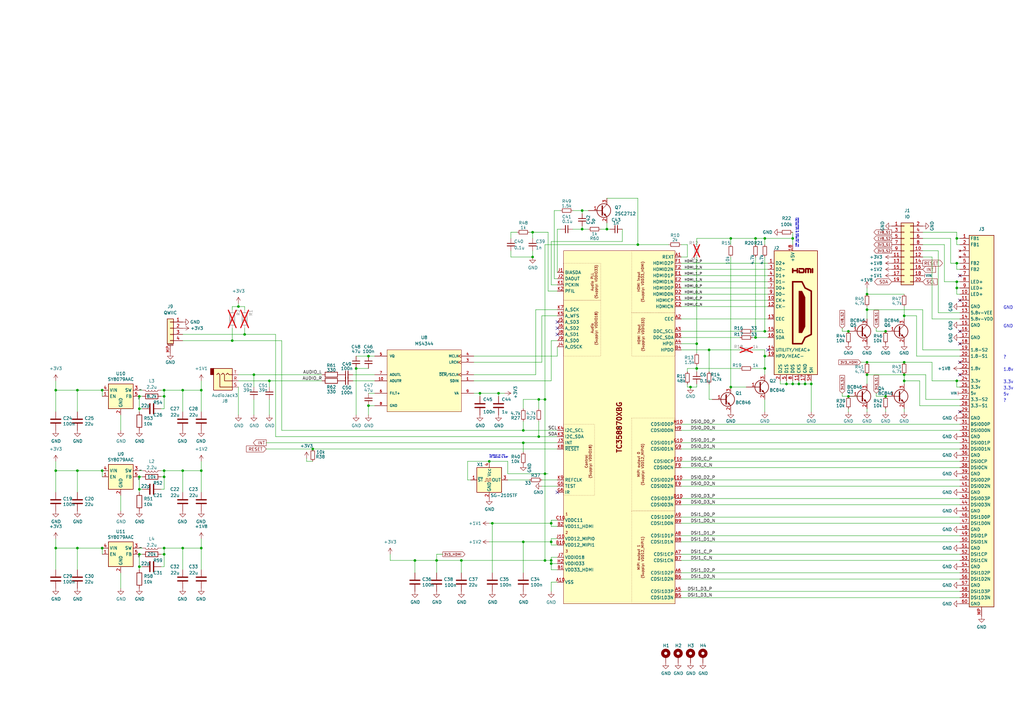
<source format=kicad_sch>
(kicad_sch (version 20231120) (generator "eeschema") (generator_version "8.0")
  (paper "A3")
  (title_block (title "HDMI to MIPI converter (simplified)") (date "2024-02-21") (rev "0.1") (company "Nicolai Electronics & Badge.Team"))
  (junction (at 57.15 227.33))
  (junction (at 67.31 195.58))
  (junction (at 214.63 176.53))
  (junction (at 226.06 214.63))
  (junction (at 322.58 157.48))
  (junction (at 355.6 120.65))
  (junction (at 290.83 143.51))
  (junction (at 220.98 163.83))
  (junction (at 309.88 97.79))
  (junction (at 31.75 224.79))
  (junction (at 313.69 97.79))
  (junction (at 218.44 105.41))
  (junction (at 74.93 193.04))
  (junction (at 57.15 162.56))
  (junction (at 223.52 194.31))
  (junction (at 201.93 214.63))
  (junction (at 309.88 138.43))
  (junction (at 238.76 93.98))
  (junction (at 261.62 100.33))
  (junction (at 347.98 162.56))
  (junction (at 214.63 222.25))
  (junction (at 313.69 146.05))
  (junction (at 82.55 160.02))
  (junction (at 57.15 232.41))
  (junction (at 285.75 140.97))
  (junction (at 41.91 160.02))
  (junction (at 100.33 137.16))
  (junction (at 67.31 193.04))
  (junction (at 223.52 163.83))
  (junction (at 104.14 153.67))
  (junction (at 110.49 156.21))
  (junction (at 82.55 193.04))
  (junction (at 82.55 224.79))
  (junction (at 74.93 224.79))
  (junction (at 74.93 160.02))
  (junction (at 218.44 95.25))
  (junction (at 151.13 166.37))
  (junction (at 325.12 97.79))
  (junction (at 146.05 151.13))
  (junction (at 57.15 167.64))
  (junction (at 347.98 135.89))
  (junction (at 355.6 127))
  (junction (at 204.47 161.29))
  (junction (at 299.72 97.79))
  (junction (at 330.2 157.48))
  (junction (at 285.75 151.13))
  (junction (at 41.91 193.04))
  (junction (at 226.06 229.87))
  (junction (at 179.07 229.87))
  (junction (at 392.43 118.11))
  (junction (at 67.31 162.56))
  (junction (at 151.13 146.05))
  (junction (at 370.84 156.21))
  (junction (at 392.43 156.21))
  (junction (at 355.6 148.59))
  (junction (at 31.75 193.04))
  (junction (at 41.91 224.79))
  (junction (at 67.31 227.33))
  (junction (at 22.86 193.04))
  (junction (at 214.63 181.61))
  (junction (at 67.31 160.02))
  (junction (at 370.84 153.67))
  (junction (at 57.15 195.58))
  (junction (at 327.66 157.48))
  (junction (at 283.21 158.75))
  (junction (at 392.43 97.79))
  (junction (at 248.92 93.98))
  (junction (at 31.75 160.02))
  (junction (at 95.25 139.7))
  (junction (at 220.98 179.07))
  (junction (at 67.31 224.79))
  (junction (at 97.79 125.73))
  (junction (at 128.27 184.15))
  (junction (at 392.43 115.57))
  (junction (at 392.43 107.95))
  (junction (at 170.18 229.87))
  (junction (at 226.06 222.25))
  (junction (at 370.84 148.59))
  (junction (at 196.85 161.29))
  (junction (at 57.15 200.66))
  (junction (at 363.22 162.56))
  (junction (at 313.69 151.13))
  (junction (at 325.12 157.48))
  (junction (at 370.84 129.54))
  (junction (at 363.22 135.89))
  (junction (at 226.06 231.14))
  (junction (at 223.52 229.87))
  (junction (at 189.23 229.87))
  (junction (at 22.86 224.79))
  (junction (at 200.66 189.23))
  (junction (at 22.86 160.02))
  (junction (at 313.69 135.89))
  (junction (at 238.76 86.36))
  (junction (at 299.72 158.75))
  (junction (at 332.74 157.48))
  (junction (at 355.6 153.67))
  (no_connect (at 393.7 168.91))
  (no_connect (at 393.7 140.97))
  (no_connect (at 393.7 113.03))
  (no_connect (at 393.7 135.89))
  (no_connect (at 228.6 134.62))
  (no_connect (at 228.6 132.08))
  (no_connect (at 393.7 148.59))
  (no_connect (at 314.96 143.51))
  (no_connect (at 393.7 153.67))
  (no_connect (at 393.7 123.19))
  (no_connect (at 228.6 137.16))
  (no_connect (at 228.6 201.93))
  (wire (pts (xy 226.06 99.06) (xy 255.27 99.06)))
  (wire (pts (xy 67.31 167.64) (xy 67.31 162.56)))
  (wire (pts (xy 228.6 93.98) (xy 228.6 111.76)))
  (wire (pts (xy 22.86 220.98) (xy 22.86 224.79)))
  (wire (pts (xy 97.79 125.73) (xy 100.33 125.73)))
  (wire (pts (xy 57.15 227.33) (xy 58.42 227.33)))
  (wire (pts (xy 220.98 179.07) (xy 228.6 179.07)))
  (wire (pts (xy 67.31 195.58) (xy 66.04 195.58)))
  (wire (pts (xy 226.06 139.7) (xy 226.06 156.21)))
  (wire (pts (xy 359.41 161.29) (xy 359.41 162.56)))
  (wire (pts (xy 309.88 138.43) (xy 314.96 138.43)))
  (wire (pts (xy 279.4 207.01) (xy 393.7 207.01)))
  (wire (pts (xy 100.33 137.16) (xy 113.03 137.16)))
  (wire (pts (xy 378.46 143.51) (xy 393.7 143.51)))
  (wire (pts (xy 57.15 201.93) (xy 57.15 200.66)))
  (wire (pts (xy 153.67 146.05) (xy 151.13 146.05)))
  (wire (pts (xy 67.31 162.56) (xy 67.31 160.02)))
  (wire (pts (xy 49.53 203.2) (xy 49.53 209.55)))
  (wire (pts (xy 238.76 86.36) (xy 241.3 86.36)))
  (wire (pts (xy 279.4 110.49) (xy 314.96 110.49)))
  (wire (pts (xy 279.4 212.09) (xy 393.7 212.09)))
  (wire (pts (xy 31.75 224.79) (xy 41.91 224.79)))
  (wire (pts (xy 222.25 129.54) (xy 222.25 148.59)))
  (wire (pts (xy 279.4 191.77) (xy 393.7 191.77)))
  (wire (pts (xy 82.55 224.79) (xy 82.55 233.68)))
  (wire (pts (xy 355.6 125.73) (xy 355.6 127)))
  (wire (pts (xy 309.88 97.79) (xy 313.69 97.79)))
  (wire (pts (xy 345.44 161.29) (xy 345.44 162.56)))
  (wire (pts (xy 322.58 157.48) (xy 322.58 156.21)))
  (wire (pts (xy 41.91 160.02) (xy 41.91 162.56)))
  (wire (pts (xy 214.63 181.61) (xy 214.63 185.42)))
  (wire (pts (xy 279.4 234.95) (xy 393.7 234.95)))
  (wire (pts (xy 67.31 160.02) (xy 66.04 160.02)))
  (wire (pts (xy 279.4 181.61) (xy 393.7 181.61)))
  (wire (pts (xy 228.6 233.68) (xy 226.06 233.68)))
  (wire (pts (xy 279.4 143.51) (xy 290.83 143.51)))
  (wire (pts (xy 279.4 237.49) (xy 393.7 237.49)))
  (wire (pts (xy 299.72 97.79) (xy 309.88 97.79)))
  (wire (pts (xy 370.84 129.54) (xy 375.92 129.54)))
  (wire (pts (xy 115.57 139.7) (xy 115.57 176.53)))
  (wire (pts (xy 377.19 156.21) (xy 377.19 166.37)))
  (wire (pts (xy 67.31 224.79) (xy 74.93 224.79)))
  (wire (pts (xy 370.84 156.21) (xy 377.19 156.21)))
  (wire (pts (xy 375.92 129.54) (xy 375.92 146.05)))
  (wire (pts (xy 200.66 214.63) (xy 201.93 214.63)))
  (wire (pts (xy 208.28 196.85) (xy 217.17 196.85)))
  (wire (pts (xy 228.6 116.84) (xy 226.06 116.84)))
  (wire (pts (xy 389.89 107.95) (xy 392.43 107.95)))
  (wire (pts (xy 363.22 167.64) (xy 363.22 168.91)))
  (wire (pts (xy 355.6 127) (xy 378.46 127)))
  (wire (pts (xy 67.31 227.33) (xy 66.04 227.33)))
  (wire (pts (xy 389.89 107.95) (xy 389.89 97.79)))
  (wire (pts (xy 31.75 193.04) (xy 41.91 193.04)))
  (wire (pts (xy 208.28 194.31) (xy 223.52 194.31)))
  (wire (pts (xy 255.27 93.98) (xy 255.27 99.06)))
  (wire (pts (xy 229.87 93.98) (xy 228.6 93.98)))
  (wire (pts (xy 355.6 167.64) (xy 355.6 168.91)))
  (wire (pts (xy 100.33 125.73) (xy 100.33 127)))
  (wire (pts (xy 285.75 152.4) (xy 285.75 151.13)))
  (wire (pts (xy 228.6 114.3) (xy 227.33 114.3)))
  (wire (pts (xy 378.46 127) (xy 378.46 143.51)))
  (wire (pts (xy 214.63 172.72) (xy 214.63 176.53)))
  (wire (pts (xy 193.04 196.85) (xy 191.77 196.85)))
  (wire (pts (xy 67.31 193.04) (xy 74.93 193.04)))
  (wire (pts (xy 248.92 93.98) (xy 250.19 93.98)))
  (wire (pts (xy 363.22 135.89) (xy 359.41 135.89)))
  (wire (pts (xy 370.84 153.67) (xy 379.73 153.67)))
  (wire (pts (xy 355.6 118.11) (xy 355.6 120.65)))
  (wire (pts (xy 95.25 125.73) (xy 97.79 125.73)))
  (wire (pts (xy 347.98 162.56) (xy 351.79 162.56)))
  (wire (pts (xy 261.62 100.33) (xy 274.32 100.33)))
  (wire (pts (xy 74.93 160.02) (xy 82.55 160.02)))
  (wire (pts (xy 22.86 193.04) (xy 31.75 193.04)))
  (wire (pts (xy 170.18 229.87) (xy 179.07 229.87)))
  (wire (pts (xy 392.43 118.11) (xy 393.7 118.11)))
  (wire (pts (xy 226.06 228.6) (xy 228.6 228.6)))
  (wire (pts (xy 332.74 157.48) (xy 332.74 168.91)))
  (wire (pts (xy 313.69 100.33) (xy 313.69 97.79)))
  (wire (pts (xy 97.79 156.21) (xy 110.49 156.21)))
  (wire (pts (xy 285.75 105.41) (xy 285.75 140.97)))
  (wire (pts (xy 223.52 100.33) (xy 261.62 100.33)))
  (wire (pts (xy 49.53 170.18) (xy 49.53 176.53)))
  (wire (pts (xy 378.46 105.41) (xy 382.27 105.41)))
  (wire (pts (xy 214.63 167.64) (xy 214.63 163.83)))
  (wire (pts (xy 279.4 135.89) (xy 303.53 135.89)))
  (wire (pts (xy 74.93 233.68) (xy 74.93 224.79)))
  (wire (pts (xy 285.75 140.97) (xy 285.75 144.78)))
  (wire (pts (xy 327.66 157.48) (xy 325.12 157.48)))
  (wire (pts (xy 74.93 137.16) (xy 100.33 137.16)))
  (wire (pts (xy 308.61 151.13) (xy 313.69 151.13)))
  (wire (pts (xy 370.84 167.64) (xy 370.84 168.91)))
  (wire (pts (xy 22.86 224.79) (xy 22.86 233.68)))
  (wire (pts (xy 279.4 173.99) (xy 393.7 173.99)))
  (wire (pts (xy 220.98 163.83) (xy 220.98 167.64)))
  (wire (pts (xy 97.79 158.75) (xy 97.79 170.18)))
  (wire (pts (xy 222.25 199.39) (xy 228.6 199.39)))
  (wire (pts (xy 144.78 153.67) (xy 153.67 153.67)))
  (wire (pts (xy 151.13 151.13) (xy 146.05 151.13)))
  (wire (pts (xy 313.69 153.67) (xy 313.69 151.13)))
  (wire (pts (xy 325.12 95.25) (xy 325.12 97.79)))
  (wire (pts (xy 313.69 151.13) (xy 313.69 146.05)))
  (wire (pts (xy 308.61 143.51) (xy 313.69 143.51)))
  (wire (pts (xy 223.52 229.87) (xy 226.06 229.87)))
  (wire (pts (xy 382.27 105.41) (xy 382.27 130.81)))
  (wire (pts (xy 327.66 156.21) (xy 327.66 157.48)))
  (wire (pts (xy 299.72 97.79) (xy 299.72 100.33)))
  (wire (pts (xy 200.66 189.23) (xy 208.28 189.23)))
  (wire (pts (xy 290.83 143.51) (xy 290.83 152.4)))
  (wire (pts (xy 179.07 229.87) (xy 179.07 234.95)))
  (wire (pts (xy 200.66 222.25) (xy 214.63 222.25)))
  (wire (pts (xy 220.98 172.72) (xy 220.98 179.07)))
  (wire (pts (xy 170.18 229.87) (xy 170.18 234.95)))
  (wire (pts (xy 67.31 195.58) (xy 67.31 193.04)))
  (wire (pts (xy 66.04 167.64) (xy 67.31 167.64)))
  (wire (pts (xy 31.75 168.91) (xy 31.75 160.02)))
  (wire (pts (xy 279.4 123.19) (xy 314.96 123.19)))
  (wire (pts (xy 393.7 110.49) (xy 392.43 110.49)))
  (wire (pts (xy 110.49 156.21) (xy 110.49 158.75)))
  (wire (pts (xy 285.75 149.86) (xy 285.75 151.13)))
  (wire (pts (xy 189.23 229.87) (xy 189.23 234.95)))
  (wire (pts (xy 226.06 238.76) (xy 228.6 238.76)))
  (wire (pts (xy 179.07 229.87) (xy 179.07 227.33)))
  (wire (pts (xy 226.06 238.76) (xy 226.06 242.57)))
  (wire (pts (xy 332.74 157.48) (xy 332.74 156.21)))
  (wire (pts (xy 82.55 160.02) (xy 82.55 168.91)))
  (wire (pts (xy 228.6 231.14) (xy 226.06 231.14)))
  (wire (pts (xy 82.55 193.04) (xy 82.55 201.93)))
  (wire (pts (xy 22.86 193.04) (xy 22.86 201.93)))
  (wire (pts (xy 261.62 81.28) (xy 261.62 100.33)))
  (wire (pts (xy 223.52 194.31) (xy 224.79 194.31)))
  (wire (pts (xy 196.85 161.29) (xy 194.31 161.29)))
  (wire (pts (xy 196.85 161.29) (xy 196.85 162.56)))
  (wire (pts (xy 392.43 97.79) (xy 393.7 97.79)))
  (wire (pts (xy 279.4 138.43) (xy 303.53 138.43)))
  (wire (pts (xy 370.84 129.54) (xy 370.84 130.81)))
  (wire (pts (xy 67.31 160.02) (xy 74.93 160.02)))
  (wire (pts (xy 332.74 157.48) (xy 330.2 157.48)))
  (wire (pts (xy 22.86 160.02) (xy 31.75 160.02)))
  (wire (pts (xy 313.69 105.41) (xy 313.69 135.89)))
  (wire (pts (xy 382.27 156.21) (xy 392.43 156.21)))
  (wire (pts (xy 222.25 196.85) (xy 228.6 196.85)))
  (wire (pts (xy 226.06 222.25) (xy 226.06 223.52)))
  (wire (pts (xy 95.25 134.62) (xy 95.25 139.7)))
  (wire (pts (xy 279.4 204.47) (xy 393.7 204.47)))
  (wire (pts (xy 226.06 214.63) (xy 226.06 215.9)))
  (wire (pts (xy 279.4 115.57) (xy 314.96 115.57)))
  (wire (pts (xy 224.79 95.25) (xy 224.79 119.38)))
  (wire (pts (xy 31.75 160.02) (xy 41.91 160.02)))
  (wire (pts (xy 238.76 92.71) (xy 238.76 93.98)))
  (wire (pts (xy 153.67 166.37) (xy 151.13 166.37)))
  (wire (pts (xy 223.52 100.33) (xy 223.52 163.83)))
  (wire (pts (xy 160.02 227.33) (xy 160.02 229.87)))
  (wire (pts (xy 110.49 170.18) (xy 110.49 163.83)))
  (wire (pts (xy 82.55 220.98) (xy 82.55 224.79)))
  (wire (pts (xy 246.38 93.98) (xy 248.92 93.98)))
  (wire (pts (xy 290.83 143.51) (xy 303.53 143.51)))
  (wire (pts (xy 207.01 161.29) (xy 204.47 161.29)))
  (wire (pts (xy 279.4 242.57) (xy 393.7 242.57)))
  (wire (pts (xy 223.52 163.83) (xy 223.52 194.31)))
  (wire (pts (xy 382.27 148.59) (xy 382.27 156.21)))
  (wire (pts (xy 219.71 127) (xy 228.6 127)))
  (wire (pts (xy 379.73 163.83) (xy 393.7 163.83)))
  (wire (pts (xy 384.81 128.27) (xy 384.81 102.87)))
  (wire (pts (xy 392.43 107.95) (xy 393.7 107.95)))
  (wire (pts (xy 392.43 100.33) (xy 392.43 97.79)))
  (wire (pts (xy 279.4 227.33) (xy 393.7 227.33)))
  (wire (pts (xy 393.7 100.33) (xy 392.43 100.33)))
  (wire (pts (xy 66.04 232.41) (xy 67.31 232.41)))
  (wire (pts (xy 279.4 199.39) (xy 393.7 199.39)))
  (wire (pts (xy 283.21 158.75) (xy 285.75 158.75)))
  (wire (pts (xy 67.31 232.41) (xy 67.31 227.33)))
  (wire (pts (xy 387.35 100.33) (xy 378.46 100.33)))
  (wire (pts (xy 128.27 189.23) (xy 125.73 189.23)))
  (wire (pts (xy 151.13 166.37) (xy 151.13 170.18)))
  (wire (pts (xy 392.43 156.21) (xy 393.7 156.21)))
  (wire (pts (xy 320.04 157.48) (xy 320.04 156.21)))
  (wire (pts (xy 153.67 161.29) (xy 151.13 161.29)))
  (wire (pts (xy 279.4 113.03) (xy 314.96 113.03)))
  (wire (pts (xy 238.76 93.98) (xy 234.95 93.98)))
  (wire (pts (xy 57.15 193.04) (xy 58.42 193.04)))
  (wire (pts (xy 285.75 151.13) (xy 281.94 151.13)))
  (wire (pts (xy 151.13 146.05) (xy 146.05 146.05)))
  (wire (pts (xy 209.55 102.87) (xy 209.55 105.41)))
  (wire (pts (xy 95.25 125.73) (xy 95.25 127)))
  (wire (pts (xy 226.06 231.14) (xy 226.06 233.68)))
  (wire (pts (xy 22.86 156.21) (xy 22.86 160.02)))
  (wire (pts (xy 279.4 130.81) (xy 314.96 130.81)))
  (wire (pts (xy 347.98 135.89) (xy 345.44 135.89)))
  (wire (pts (xy 82.55 189.23) (xy 82.55 193.04)))
  (wire (pts (xy 309.88 97.79) (xy 309.88 100.33)))
  (wire (pts (xy 57.15 233.68) (xy 57.15 232.41)))
  (wire (pts (xy 370.84 148.59) (xy 382.27 148.59)))
  (wire (pts (xy 49.53 234.95) (xy 49.53 241.3)))
  (wire (pts (xy 226.06 231.14) (xy 226.06 229.87)))
  (wire (pts (xy 194.31 156.21) (xy 226.06 156.21)))
  (wire (pts (xy 228.6 119.38) (xy 224.79 119.38)))
  (wire (pts (xy 179.07 229.87) (xy 189.23 229.87)))
  (wire (pts (xy 228.6 213.36) (xy 226.06 213.36)))
  (wire (pts (xy 109.22 181.61) (xy 214.63 181.61)))
  (wire (pts (xy 97.79 124.46) (xy 97.79 125.73)))
  (wire (pts (xy 290.83 157.48) (xy 290.83 163.83)))
  (wire (pts (xy 377.19 166.37) (xy 393.7 166.37)))
  (wire (pts (xy 355.6 127) (xy 355.6 130.81)))
  (wire (pts (xy 214.63 181.61) (xy 228.6 181.61)))
  (wire (pts (xy 285.75 151.13) (xy 303.53 151.13)))
  (wire (pts (xy 57.15 160.02) (xy 58.42 160.02)))
  (wire (pts (xy 279.4 120.65) (xy 314.96 120.65)))
  (wire (pts (xy 58.42 167.64) (xy 57.15 167.64)))
  (wire (pts (xy 58.42 200.66) (xy 57.15 200.66)))
  (wire (pts (xy 279.4 140.97) (xy 285.75 140.97)))
  (wire (pts (xy 387.35 115.57) (xy 387.35 100.33)))
  (wire (pts (xy 209.55 95.25) (xy 209.55 97.79)))
  (wire (pts (xy 234.95 86.36) (xy 238.76 86.36)))
  (wire (pts (xy 31.75 201.93) (xy 31.75 193.04)))
  (wire (pts (xy 57.15 168.91) (xy 57.15 167.64)))
  (wire (pts (xy 370.84 156.21) (xy 370.84 157.48)))
  (wire (pts (xy 82.55 156.21) (xy 82.55 160.02)))
  (wire (pts (xy 191.77 196.85) (xy 191.77 189.23)))
  (wire (pts (xy 325.12 100.33) (xy 325.12 97.79)))
  (wire (pts (xy 57.15 162.56) (xy 58.42 162.56)))
  (wire (pts (xy 355.6 148.59) (xy 370.84 148.59)))
  (wire (pts (xy 370.84 120.65) (xy 355.6 120.65)))
  (wire (pts (xy 382.27 130.81) (xy 393.7 130.81)))
  (wire (pts (xy 313.69 143.51) (xy 313.69 146.05)))
  (wire (pts (xy 66.04 200.66) (xy 67.31 200.66)))
  (wire (pts (xy 201.93 214.63) (xy 201.93 234.95)))
  (wire (pts (xy 228.6 142.24) (xy 228.6 146.05)))
  (wire (pts (xy 144.78 156.21) (xy 153.67 156.21)))
  (wire (pts (xy 392.43 156.21) (xy 392.43 158.75)))
  (wire (pts (xy 218.44 95.25) (xy 224.79 95.25)))
  (wire (pts (xy 204.47 162.56) (xy 204.47 161.29)))
  (wire (pts (xy 67.31 227.33) (xy 67.31 224.79)))
  (wire (pts (xy 322.58 157.48) (xy 320.04 157.48)))
  (wire (pts (xy 393.7 115.57) (xy 392.43 115.57)))
  (wire (pts (xy 191.77 189.23) (xy 200.66 189.23)))
  (wire (pts (xy 219.71 153.67) (xy 219.71 127)))
  (wire (pts (xy 214.63 163.83) (xy 220.98 163.83)))
  (wire (pts (xy 393.7 146.05) (xy 375.92 146.05)))
  (wire (pts (xy 31.75 233.68) (xy 31.75 224.79)))
  (wire (pts (xy 313.69 163.83) (xy 313.69 168.91)))
  (wire (pts (xy 97.79 153.67) (xy 104.14 153.67)))
  (wire (pts (xy 389.89 97.79) (xy 378.46 97.79)))
  (wire (pts (xy 74.93 193.04) (xy 82.55 193.04)))
  (wire (pts (xy 160.02 229.87) (xy 170.18 229.87)))
  (wire (pts (xy 279.4 214.63) (xy 393.7 214.63)))
  (wire (pts (xy 355.6 153.67) (xy 370.84 153.67)))
  (wire (pts (xy 67.31 193.04) (xy 66.04 193.04)))
  (wire (pts (xy 226.06 229.87) (xy 226.06 228.6)))
  (wire (pts (xy 100.33 134.62) (xy 100.33 137.16)))
  (wire (pts (xy 22.86 189.23) (xy 22.86 193.04)))
  (wire (pts (xy 208.28 189.23) (xy 208.28 194.31)))
  (wire (pts (xy 285.75 158.75) (xy 285.75 157.48)))
  (wire (pts (xy 330.2 156.21) (xy 330.2 157.48)))
  (wire (pts (xy 248.92 93.98) (xy 248.92 91.44)))
  (wire (pts (xy 279.4 219.71) (xy 393.7 219.71)))
  (wire (pts (xy 74.93 168.91) (xy 74.93 160.02)))
  (wire (pts (xy 392.43 95.25) (xy 392.43 97.79)))
  (wire (pts (xy 41.91 224.79) (xy 41.91 227.33)))
  (wire (pts (xy 325.12 156.21) (xy 325.12 157.48)))
  (wire (pts (xy 279.4 184.15) (xy 393.7 184.15)))
  (wire (pts (xy 308.61 138.43) (xy 309.88 138.43)))
  (wire (pts (xy 279.4 118.11) (xy 314.96 118.11)))
  (wire (pts (xy 74.93 201.93) (xy 74.93 193.04)))
  (wire (pts (xy 285.75 97.79) (xy 299.72 97.79)))
  (wire (pts (xy 228.6 129.54) (xy 222.25 129.54)))
  (wire (pts (xy 370.84 125.73) (xy 370.84 129.54)))
  (wire (pts (xy 229.87 86.36) (xy 227.33 86.36)))
  (wire (pts (xy 128.27 184.15) (xy 228.6 184.15)))
  (wire (pts (xy 299.72 158.75) (xy 306.07 158.75)))
  (wire (pts (xy 228.6 215.9) (xy 226.06 215.9)))
  (wire (pts (xy 57.15 224.79) (xy 58.42 224.79)))
  (wire (pts (xy 226.06 213.36) (xy 226.06 214.63)))
  (wire (pts (xy 95.25 139.7) (xy 115.57 139.7)))
  (wire (pts (xy 279.4 107.95) (xy 314.96 107.95)))
  (wire (pts (xy 194.31 153.67) (xy 219.71 153.67)))
  (wire (pts (xy 204.47 161.29) (xy 196.85 161.29)))
  (wire (pts (xy 214.63 222.25) (xy 226.06 222.25)))
  (wire (pts (xy 384.81 102.87) (xy 378.46 102.87)))
  (wire (pts (xy 110.49 156.21) (xy 132.08 156.21)))
  (wire (pts (xy 22.86 160.02) (xy 22.86 168.91)))
  (wire (pts (xy 179.07 227.33) (xy 181.61 227.33)))
  (wire (pts (xy 57.15 232.41) (xy 57.15 227.33)))
  (wire (pts (xy 194.31 146.05) (xy 228.6 146.05)))
  (wire (pts (xy 248.92 81.28) (xy 261.62 81.28)))
  (wire (pts (xy 279.4 222.25) (xy 393.7 222.25)))
  (wire (pts (xy 115.57 176.53) (xy 214.63 176.53)))
  (wire (pts (xy 281.94 100.33) (xy 279.4 100.33)))
  (wire (pts (xy 57.15 195.58) (xy 58.42 195.58)))
  (wire (pts (xy 378.46 95.25) (xy 392.43 95.25)))
  (wire (pts (xy 41.91 193.04) (xy 41.91 195.58)))
  (wire (pts (xy 359.41 134.62) (xy 359.41 135.89)))
  (wire (pts (xy 67.31 200.66) (xy 67.31 195.58)))
  (wire (pts (xy 281.94 157.48) (xy 281.94 158.75)))
  (wire (pts (xy 392.43 115.57) (xy 392.43 118.11)))
  (wire (pts (xy 281.94 105.41) (xy 281.94 100.33)))
  (wire (pts (xy 113.03 137.16) (xy 113.03 179.07)))
  (wire (pts (xy 279.4 229.87) (xy 393.7 229.87)))
  (wire (pts (xy 279.4 196.85) (xy 393.7 196.85)))
  (wire (pts (xy 309.88 105.41) (xy 309.88 138.43)))
  (wire (pts (xy 370.84 153.67) (xy 370.84 156.21)))
  (wire (pts (xy 392.43 110.49) (xy 392.43 107.95)))
  (wire (pts (xy 355.6 153.67) (xy 355.6 157.48)))
  (wire (pts (xy 214.63 222.25) (xy 214.63 234.95)))
  (wire (pts (xy 290.83 163.83) (xy 292.1 163.83)))
  (wire (pts (xy 104.14 163.83) (xy 104.14 170.18)))
  (wire (pts (xy 22.86 224.79) (xy 31.75 224.79)))
  (wire (pts (xy 228.6 139.7) (xy 226.06 139.7)))
  (wire (pts (xy 392.43 115.57) (xy 387.35 115.57)))
  (wire (pts (xy 226.06 116.84) (xy 226.06 99.06)))
  (wire (pts (xy 104.14 153.67) (xy 104.14 158.75)))
  (wire (pts (xy 325.12 157.48) (xy 322.58 157.48)))
  (wire (pts (xy 220.98 163.83) (xy 223.52 163.83)))
  (wire (pts (xy 347.98 167.64) (xy 347.98 168.91)))
  (wire (pts (xy 238.76 93.98) (xy 241.3 93.98)))
  (wire (pts (xy 212.09 95.25) (xy 209.55 95.25)))
  (wire (pts (xy 299.72 105.41) (xy 299.72 158.75)))
  (wire (pts (xy 308.61 135.89) (xy 313.69 135.89)))
  (wire (pts (xy 279.4 125.73) (xy 314.96 125.73)))
  (wire (pts (xy 74.93 139.7) (xy 95.25 139.7)))
  (wire (pts (xy 392.43 118.11) (xy 392.43 120.65)))
  (wire (pts (xy 201.93 214.63) (xy 226.06 214.63)))
  (wire (pts (xy 104.14 153.67) (xy 132.08 153.67)))
  (wire (pts (xy 218.44 105.41) (xy 218.44 102.87)))
  (wire (pts (xy 313.69 135.89) (xy 314.96 135.89)))
  (wire (pts (xy 345.44 162.56) (xy 347.98 162.56)))
  (wire (pts (xy 57.15 200.66) (xy 57.15 195.58)))
  (wire (pts (xy 330.2 157.48) (xy 327.66 157.48)))
  (wire (pts (xy 313.69 97.79) (xy 325.12 97.79)))
  (wire (pts (xy 285.75 100.33) (xy 285.75 97.79)))
  (wire (pts (xy 226.06 220.98) (xy 226.06 222.25)))
  (wire (pts (xy 227.33 86.36) (xy 227.33 114.3)))
  (wire (pts (xy 238.76 86.36) (xy 238.76 87.63)))
  (wire (pts (xy 74.93 224.79) (xy 82.55 224.79)))
  (wire (pts (xy 281.94 158.75) (xy 283.21 158.75)))
  (wire (pts (xy 363.22 162.56) (xy 359.41 162.56)))
  (wire (pts (xy 57.15 167.64) (xy 57.15 162.56)))
  (wire (pts (xy 209.55 105.41) (xy 218.44 105.41)))
  (wire (pts (xy 228.6 220.98) (xy 226.06 220.98)))
  (wire (pts (xy 393.7 158.75) (xy 392.43 158.75)))
  (wire (pts (xy 109.22 184.15) (xy 128.27 184.15)))
  (wire (pts (xy 279.4 176.53) (xy 393.7 176.53)))
  (wire (pts (xy 353.06 148.59) (xy 355.6 148.59)))
  (wire (pts (xy 279.4 189.23) (xy 393.7 189.23)))
  (wire (pts (xy 58.42 232.41) (xy 57.15 232.41)))
  (wire (pts (xy 226.06 223.52) (xy 228.6 223.52)))
  (wire (pts (xy 125.73 189.23) (xy 125.73 187.96)))
  (wire (pts (xy 392.43 120.65) (xy 393.7 120.65)))
  (wire (pts (xy 214.63 176.53) (xy 228.6 176.53)))
  (wire (pts (xy 281.94 151.13) (xy 281.94 152.4)))
  (wire (pts (xy 194.31 148.59) (xy 222.25 148.59)))
  (wire (pts (xy 279.4 105.41) (xy 281.94 105.41)))
  (wire (pts (xy 113.03 179.07) (xy 220.98 179.07)))
  (wire (pts (xy 384.81 128.27) (xy 393.7 128.27)))
  (wire (pts (xy 313.69 146.05) (xy 314.96 146.05)))
  (wire (pts (xy 223.52 194.31) (xy 223.52 229.87)))
  (wire (pts (xy 67.31 224.79) (xy 66.04 224.79)))
  (wire (pts (xy 146.05 151.13) (xy 146.05 170.18)))
  (wire (pts (xy 279.4 245.11) (xy 393.7 245.11)))
  (wire (pts (xy 189.23 229.87) (xy 223.52 229.87)))
  (wire (pts (xy 217.17 95.25) (xy 218.44 95.25)))
  (wire (pts (xy 345.44 134.62) (xy 345.44 135.89)))
  (wire (pts (xy 67.31 162.56) (xy 66.04 162.56)))
  (wire (pts (xy 379.73 163.83) (xy 379.73 153.67)))
  (wire (pts (xy 218.44 95.25) (xy 218.44 97.79)))
  (text "?" (at 411.48 165.1 0) (effects (font (size 1.27 1.27)) (justify left bottom)))
  (text "100k pulldown to pull SDA/SCL\nlow when HDMI is disconnected" (at 327.66 101.6 90) (effects (font (size 0.5 0.5)) (justify left bottom)))
  (text "3.3v" (at 411.48 157.48 0) (effects (font (size 1.27 1.27)) (justify left bottom)))
  (text "?" (at 411.48 147.32 0) (effects (font (size 1.27 1.27)) (justify left bottom)))
  (text "GND" (at 411.48 134.62 0) (effects (font (size 1.27 1.27)) (justify left bottom)))
  (text "5v" (at 411.48 162.56 0) (effects (font (size 1.27 1.27)) (justify left bottom)))
  (text "3.3v" (at 411.48 160.02 0) (effects (font (size 1.27 1.27)) (justify left bottom)))
  (text "1.8v" (at 411.48 152.4 0) (effects (font (size 1.27 1.27)) (justify left bottom)))
  (text "Pulldown on INT:\nI2C address is 0x0F" (at 200.66 187.96 0) (effects (font (size 0.5 0.5)) (justify left bottom)))
  (text "GND" (at 411.48 127 0) (effects (font (size 1.27 1.27)) (justify left bottom)))
  (label "HDMI_2_N" (at 280.67 110.49 0) (effects (font (size 1 1))))
  (label "HDMI_1_N" (at 280.67 115.57 0) (effects (font (size 1 1))))
  (label "DSI0_D3_N" (at 283.21 207.01 0))
  (label "DSI0_D1_P" (at 283.21 181.61 0))
  (label "AUDIO_R" (at 132.08 156.21 180))
  (label "DSI0_D2_N" (at 283.21 199.39 0))
  (label "AUDIO_L" (at 132.08 153.67 180))
  (label "DSI0_D0_N" (at 283.21 176.53 0))
  (label "SW12" (at 57.15 193.04 0) (effects (font (size 0.2032 0.2032))))
  (label "DSI1_D3_P" (at 281.94 242.57 0))
  (label "FB18" (at 57.15 228.6 90) (effects (font (size 0.2032 0.2032))))
  (label "SW11" (at 57.15 160.02 0) (effects (font (size 0.2032 0.2032))))
  (label "DSI1_D1_P" (at 283.21 219.71 0))
  (label "DSI1_D0_P" (at 283.21 212.09 0))
  (label "DSI1_D0_N" (at 283.21 214.63 0))
  (label "DSI0_C_P" (at 283.21 189.23 0))
  (label "HDMI_0_N" (at 280.67 120.65 0) (effects (font (size 1 1))))
  (label "FB11" (at 57.15 163.83 90) (effects (font (size 0.2032 0.2032))))
  (label "HDMI_0_P" (at 280.67 118.11 0) (effects (font (size 1 1))))
  (label "DSI0_D2_P" (at 283.21 196.85 0))
  (label "DSI1_D2_P" (at 283.21 234.95 0))
  (label "DSI1_C_P" (at 283.21 227.33 0))
  (label "DSI0_D0_P" (at 283.21 173.99 0))
  (label "DSI1_D3_N" (at 281.94 245.11 0))
  (label "HDMI_1_P" (at 280.67 113.03 0) (effects (font (size 1 1))))
  (label "DSI0_C_N" (at 283.21 191.77 0))
  (label "SDA" (at 224.79 179.07 0))
  (label "DSI0_D3_P" (at 283.21 204.47 0))
  (label "DSI0_D1_N" (at 283.21 184.15 0))
  (label "SW18" (at 57.15 224.79 0) (effects (font (size 0.2032 0.2032))))
  (label "HDMI_2_P" (at 280.67 107.95 0) (effects (font (size 1 1))))
  (label "SCL" (at 224.79 176.53 0))
  (label "HDMI_C_N" (at 280.67 125.73 0) (effects (font (size 1 1))))
  (label "DSI1_C_N" (at 283.21 229.87 0))
  (label "HDMI_C_P" (at 280.67 123.19 0) (effects (font (size 1 1))))
  (label "FB12" (at 57.15 196.85 90) (effects (font (size 0.2032 0.2032))))
  (label "DSI1_D1_N" (at 283.21 222.25 0))
  (label "DSI1_D2_N" (at 283.21 237.49 0))
  (global_label "RESET" (shape input) (at 109.22 184.15 180) (property "Intersheetrefs" "${INTERSHEET_REFS}" (effects (hide yes))))
  (global_label "3V3_S1" (shape output) (at 365.76 100.33 180) (effects (font (size 1 1))) (property "Intersheetrefs" "${INTERSHEET_REFS}" (effects (hide yes))))
  (global_label "3V3_S2" (shape input) (at 345.44 161.29 90) (effects (font (size 1 1))) (property "Intersheetrefs" "${INTERSHEET_REFS}" (effects (hide yes))))
  (global_label "INT" (shape input) (at 378.46 110.49 0) (property "Intersheetrefs" "${INTERSHEET_REFS}" (effects (hide yes))))
  (global_label "1V8_S1" (shape input) (at 359.41 134.62 90) (effects (font (size 1 1))) (property "Intersheetrefs" "${INTERSHEET_REFS}" (effects (hide yes))))
  (global_label "3V3_HDMI" (shape input) (at 353.06 148.59 180) (effects (font (size 1 1))) (property "Intersheetrefs" "${INTERSHEET_REFS}" (effects (hide yes))))
  (global_label "3V3_S2" (shape output) (at 365.76 102.87 180) (effects (font (size 1 1))) (property "Intersheetrefs" "${INTERSHEET_REFS}" (effects (hide yes))))
  (global_label "3V3_HDMI" (shape output) (at 181.61 227.33 0) (effects (font (size 1 1))) (property "Intersheetrefs" "${INTERSHEET_REFS}" (effects (hide yes))))
  (global_label "RESET" (shape output) (at 378.46 107.95 0) (property "Intersheetrefs" "${INTERSHEET_REFS}" (effects (hide yes))))
  (global_label "SCL" (shape input) (at 378.46 115.57 0) (property "Intersheetrefs" "${INTERSHEET_REFS}" (effects (hide yes))))
  (global_label "INT" (shape output) (at 109.22 181.61 180) (property "Intersheetrefs" "${INTERSHEET_REFS}" (effects (hide yes))))
  (global_label "1V8_S2" (shape output) (at 365.76 97.79 180) (effects (font (size 1 1))) (property "Intersheetrefs" "${INTERSHEET_REFS}" (effects (hide yes))))
  (global_label "SDA" (shape bidirectional) (at 365.76 115.57 180) (property "Intersheetrefs" "${INTERSHEET_REFS}" (effects (hide yes))))
  (global_label "3V3_S1" (shape input) (at 359.41 161.29 90) (effects (font (size 1 1))) (property "Intersheetrefs" "${INTERSHEET_REFS}" (effects (hide yes))))
  (global_label "1V8_S1" (shape output) (at 365.76 95.25 180) (effects (font (size 1 1))) (property "Intersheetrefs" "${INTERSHEET_REFS}" (effects (hide yes))))
  (global_label "1V8_S2" (shape input) (at 345.44 134.62 90) (effects (font (size 1 1))) (property "Intersheetrefs" "${INTERSHEET_REFS}" (effects (hide yes))))
  (symbol (lib_id "mch2021-rescue:GND-power") (at 74.93 241.3 0) (mirror y) (unit 1)
    (property "Reference" "#PWR0102" (effects (hide yes)))
    (property "Value" "GND" (at 74.803 245.6942 0))
  )
  (symbol (lib_id "power:+3V3") (at 22.86 189.23 0) (unit 1)
    (property "Reference" "#PWR02" (effects (hide yes)))
    (property "Value" "+3V3" (at 22.86 184.15 0))
  )
  (symbol (lib_id "mch2021-rescue:VIN-vin") (at 393.7 161.29 90) (mirror x) (unit 1)
    (property "Reference" "#PWR071" (effects (hide yes)))
    (property "Value" "VIN" (at 391.2616 161.29 90) (effects (font (size 1.016 1.016))))
  )
  (symbol (lib_id "mch2021-rescue:GND-power") (at 31.75 176.53 0) (unit 1)
    (property "Reference" "#PWR086" (effects (hide yes)))
    (property "Value" "GND" (at 31.877 180.9242 0))
  )
  (symbol (lib_id "tc358870xbg:tc358870xbg") (at 254 175.26 0) (unit 1)
    (property "Reference" "U2" (effects (hide yes)))
    (property "Value" "~" (at 254 175.26 0))
    (property "Footprint" "tc358840xbg:tc358840xbg" (effects (hide yes)))
  )
  (symbol (lib_id "power:+1V2") (at 82.55 189.23 0) (unit 1)
    (property "Reference" "#PWR082" (effects (hide yes)))
    (property "Value" "+1V2" (at 82.55 184.15 0))
  )
  (symbol (lib_id "Device:R_Small") (at 299.72 102.87 0) (mirror y) (unit 1)
    (property "Reference" "R15" (at 299.72 99.695 0) (effects (justify left)))
    (property "Value" "10k" (at 298.45 108.585 90) (effects (justify left)))
    (property "Footprint" "Resistor_SMD:R_0402_1005Metric" (effects (hide yes)))
    (property "Datasheet" "https://datasheet.lcsc.com/lcsc/2110260030_UNI-ROYAL-Uniroyal-Elec-0402WGF1002TCE_C25744.pdf" (effects (hide yes)))
    (property "LCSC" "C25744" (effects (hide yes)))
  )
  (symbol (lib_id "Device:C_Small") (at 151.13 163.83 0) (mirror y) (unit 1)
    (property "Reference" "C47" (at 153.035 158.115 0) (effects (justify left)))
    (property "Value" "47u" (at 153.035 160.02 0) (effects (justify left)))
    (property "Footprint" "Capacitor_SMD:C_0805_2012Metric" (effects (hide yes)))
    (property "Datasheet" "https://datasheet.lcsc.com/lcsc/1811091612_Samsung-Electro-Mechanics-CL21A476MQYNNNE_C16780.pdf" (effects (hide yes)))
    (property "Description" "Generic part" (effects (hide yes)))
    (property "LCSC" "C16780" (effects (hide yes)))
  )
  (symbol (lib_id "mch2021-rescue:C-Device") (at 22.86 205.74 0) (unit 1)
    (property "Reference" "C19" (at 25.781 204.5716 0) (effects (justify left)))
    (property "Value" "100n" (at 25.781 206.883 0) (effects (justify left)))
    (property "Footprint" "Capacitor_SMD:C_0402_1005Metric" (effects (hide yes)))
    (property "Datasheet" "https://datasheet.lcsc.com/lcsc/1810191222_Samsung-Electro-Mechanics-CL05B104KB54PNC_C307331.pdf" (effects (hide yes)))
    (property "Description" "Generic part" (effects (hide yes)))
    (property "LCSC" "C307331" (effects (hide yes)))
  )
  (symbol (lib_id "Connector_Generic:Conn_02x10_Odd_Even") (at 370.84 102.87 0) (unit 1)
    (property "Reference" "J1" (at 372.11 86.36 0))
    (property "Value" "IO" (at 372.11 88.9 0))
    (property "Footprint" "Connector_PinHeader_2.54mm:PinHeader_2x10_P2.54mm_Vertical" (effects (hide yes)))
    (property "Description" "Generic connector, double row, 02x10, odd/even pin numbering scheme (row 1 odd numbers, row 2 even numbers), script generated (kicad-library-utils/schlib/autogen/connector/)" (effects (hide yes)))
  )
  (symbol (lib_id "Device:R_Small") (at 232.41 86.36 270) (mirror x) (unit 1)
    (property "Reference" "R49" (at 232.41 82.55 90))
    (property "Value" "1.5k" (at 232.41 84.455 90))
    (property "Footprint" "Resistor_SMD:R_0402_1005Metric" (effects (hide yes)))
  )
  (symbol (lib_id "power:GND") (at 393.7 209.55 270) (mirror x) (unit 1)
    (property "Reference" "#PWR038" (effects (hide yes)))
    (property "Value" "GND" (at 390.525 209.55 90) (effects (justify right)))
  )
  (symbol (lib_id "mch2021-rescue:C-Device") (at 31.75 205.74 0) (unit 1)
    (property "Reference" "C20" (at 34.671 204.5716 0) (effects (justify left)))
    (property "Value" "22u" (at 34.671 206.883 0) (effects (justify left)))
    (property "Footprint" "Capacitor_SMD:C_0805_2012Metric" (effects (hide yes)))
    (property "Datasheet" "https://datasheet.lcsc.com/lcsc/2006102223_Samsung-Electro-Mechanics-CL21A226MAYNNNE_C602037.pdf" (effects (hide yes)))
    (property "Description" "Generic part" (effects (hide yes)))
    (property "LCSC" "C602037" (effects (hide yes)))
  )
  (symbol (lib_id "mch2021-rescue:L-Device") (at 62.23 193.04 270) (unit 1)
    (property "Reference" "L2" (at 62.23 189.23 90))
    (property "Value" "2.2u" (at 62.23 191.77 90))
    (property "Footprint" "custom:Inductor_MSC20FC" (effects (hide yes)))
    (property "Datasheet" "https://datasheet.lcsc.com/lcsc/1912111437_PSA-Prosperity-Dielectrics-MCS20FC-2R2MHC_C375944.pdf" (effects (hide yes)))
    (property "LCSC" "C375944" (effects (hide yes)))
  )
  (symbol (lib_id "mch2021-rescue:TLV62568DBV-Regulator_Switching") (at 49.53 227.33 0) (unit 1)
    (property "Reference" "U11" (at 49.53 218.0082 0))
    (property "Value" "SY8079AAC" (at 49.53 220.3196 0))
    (property "Footprint" "Package_TO_SOT_SMD:SOT-23-5" (effects (hide yes)))
    (property "Datasheet" "https://datasheet.lcsc.com/lcsc/1809050356_Silergy-Corp-SY8079AAC_C133751.pdf" (effects (hide yes)))
    (property "LCSC" "C133751" (effects (hide yes)))
  )
  (symbol (lib_id "mch2021-rescue:GND-power") (at 196.85 170.18 0) (unit 1)
    (property "Reference" "#PWR0113" (effects (hide yes)))
    (property "Value" "GND" (at 196.977 174.5742 0))
  )
  (symbol (lib_id "mch2021-rescue:GND-power") (at 283.21 271.78 0) (unit 1)
    (property "Reference" "#PWR016" (effects (hide yes)))
    (property "Value" "GND" (at 283.337 276.1742 0))
  )
  (symbol (lib_id "Transistor_BJT:BC846") (at 311.15 158.75 0) (unit 1)
    (property "Reference" "Q2" (at 315.595 156.21 0) (effects (justify left)))
    (property "Value" "BC846" (at 315.595 160.02 0) (effects (justify left)))
    (property "Footprint" "Package_TO_SOT_SMD:SOT-23" (effects (hide yes)))
    (property "Datasheet" "https://assets.nexperia.com/documents/data-sheet/BC846_SER.pdf" (effects (hide yes)))
  )
  (symbol (lib_id "mch2021-rescue:GND-power") (at 57.15 241.3 0) (unit 1)
    (property "Reference" "#PWR0101" (effects (hide yes)))
    (property "Value" "GND" (at 57.277 245.6942 0))
  )
  (symbol (lib_id "power:GND") (at 283.21 158.75 0) (mirror y) (unit 1)
    (property "Reference" "#PWR021" (effects (hide yes)))
    (property "Value" "GND" (at 283.21 162.56 0))
  )
  (symbol (lib_id "mch2021-rescue:GND-power") (at 22.86 241.3 0) (unit 1)
    (property "Reference" "#PWR097" (effects (hide yes)))
    (property "Value" "GND" (at 22.987 245.6942 0))
  )
  (symbol (lib_id "mch2021-rescue:C-Device") (at 179.07 238.76 0) (unit 1)
    (property "Reference" "C38" (at 181.991 237.5916 0) (effects (justify left)))
    (property "Value" "100n" (at 182.245 240.03 0) (effects (justify left)))
    (property "Footprint" "Capacitor_SMD:C_0402_1005Metric" (effects (hide yes)))
    (property "Datasheet" "https://datasheet.lcsc.com/lcsc/1810191222_Samsung-Electro-Mechanics-CL05B104KB54PNC_C307331.pdf" (effects (hide yes)))
    (property "Description" "Generic part" (effects (hide yes)))
    (property "LCSC" "C307331" (effects (hide yes)))
  )
  (symbol (lib_id "mch2021-rescue:C-Device") (at 201.93 238.76 0) (unit 1)
    (property "Reference" "C35" (at 204.851 237.5916 0) (effects (justify left)))
    (property "Value" "100n" (at 204.851 239.903 0) (effects (justify left)))
    (property "Footprint" "Capacitor_SMD:C_0402_1005Metric" (effects (hide yes)))
    (property "Datasheet" "https://datasheet.lcsc.com/lcsc/1810191222_Samsung-Electro-Mechanics-CL05B104KB54PNC_C307331.pdf" (effects (hide yes)))
    (property "Description" "Generic part" (effects (hide yes)))
    (property "LCSC" "C307331" (effects (hide yes)))
  )
  (symbol (lib_id "Device:R_Small") (at 306.07 135.89 90) (mirror x) (unit 1)
    (property "Reference" "R16" (at 302.895 134.62 90))
    (property "Value" "33" (at 309.245 134.62 90))
    (property "Footprint" "Resistor_SMD:R_0402_1005Metric" (effects (hide yes)))
    (property "Datasheet" "https://datasheet.lcsc.com/lcsc/2205311900_UNI-ROYAL-Uniroyal-Elec-0402WGF330JTCE_C25105.pdf" (effects (hide yes)))
    (property "LCSC" "C25105" (effects (hide yes)))
  )
  (symbol (lib_id "mch2021-rescue:GND-power") (at 57.15 176.53 0) (unit 1)
    (property "Reference" "#PWR088" (effects (hide yes)))
    (property "Value" "GND" (at 57.277 180.9242 0))
  )
  (symbol (lib_id "Transistor_BJT:BC846") (at 297.18 163.83 0) (unit 1)
    (property "Reference" "Q1" (at 301.625 161.29 0) (effects (justify left)))
    (property "Value" "BC846" (at 301.625 165.1 0) (effects (justify left)))
    (property "Footprint" "Package_TO_SOT_SMD:SOT-23" (effects (hide yes)))
    (property "Datasheet" "https://assets.nexperia.com/documents/data-sheet/BC846_SER.pdf" (effects (hide yes)))
  )
  (symbol (lib_id "power:GND") (at 378.46 92.71 90) (mirror x) (unit 1)
    (property "Reference" "#PWR013" (effects (hide yes)))
    (property "Value" "GND" (at 382.27 92.71 0))
  )
  (symbol (lib_id "power:+1V1") (at 82.55 156.21 0) (unit 1)
    (property "Reference" "#PWR090" (effects (hide yes)))
    (property "Value" "+1V1" (at 82.55 151.13 0))
  )
  (symbol (lib_id "mch2021-rescue:C-Device") (at 62.23 200.66 270) (unit 1)
    (property "Reference" "C21" (at 64.77 203.2 90))
    (property "Value" "22p" (at 59.69 199.39 90))
    (property "Footprint" "Capacitor_SMD:C_0402_1005Metric" (effects (hide yes)))
    (property "Datasheet" "https://datasheet.lcsc.com/lcsc/1912111437_CCTC-TCC0402C0G220J500AT_C466226.pdf" (effects (hide yes)))
    (property "Description" "Generic part" (effects (hide yes)))
    (property "LCSC" "C466226" (effects (hide yes)))
  )
  (symbol (lib_id "power:+3V3") (at 125.73 187.96 0) (unit 1)
    (property "Reference" "#PWR011" (effects (hide yes)))
    (property "Value" "+3V3" (at 125.73 182.88 0))
  )
  (symbol (lib_id "power:GND") (at 370.84 140.97 0) (mirror y) (unit 1)
    (property "Reference" "#PWR077" (effects (hide yes)))
    (property "Value" "GND" (at 370.84 144.78 0))
  )
  (symbol (lib_id "mch2021-rescue:GND-power") (at 214.63 242.57 0) (unit 1)
    (property "Reference" "#PWR0107" (effects (hide yes)))
    (property "Value" "GND" (at 214.757 246.9642 0))
  )
  (symbol (lib_id "mch2021-rescue:GND-power") (at 218.44 105.41 0) (unit 1)
    (property "Reference" "#PWR0110" (effects (hide yes)))
    (property "Value" "GND" (at 218.567 109.8042 0))
  )
  (symbol (lib_id "Device:R_Small") (at 281.94 154.94 0) (mirror x) (unit 1)
    (property "Reference" "R11" (at 279.4 154.305 0))
    (property "Value" "48k" (at 279.4 156.21 0))
    (property "Footprint" "Resistor_SMD:R_0402_1005Metric" (effects (hide yes)))
  )
  (symbol (lib_id "mch2021-rescue:C-Device") (at 62.23 167.64 270) (unit 1)
    (property "Reference" "C26" (at 64.77 170.18 90))
    (property "Value" "22p" (at 59.69 166.37 90))
    (property "Footprint" "Capacitor_SMD:C_0402_1005Metric" (effects (hide yes)))
    (property "Datasheet" "https://datasheet.lcsc.com/lcsc/1912111437_CCTC-TCC0402C0G220J500AT_C466226.pdf" (effects (hide yes)))
    (property "Description" "Generic part" (effects (hide yes)))
    (property "LCSC" "C466226" (effects (hide yes)))
  )
  (symbol (lib_id "Device:C_Small") (at 146.05 148.59 0) (mirror y) (unit 1)
    (property "Reference" "C48" (at 147.955 142.24 0) (effects (justify left)))
    (property "Value" "47u" (at 147.955 144.145 0) (effects (justify left)))
    (property "Footprint" "Capacitor_SMD:C_0805_2012Metric" (effects (hide yes)))
    (property "Datasheet" "https://datasheet.lcsc.com/lcsc/1811091612_Samsung-Electro-Mechanics-CL21A476MQYNNNE_C16780.pdf" (effects (hide yes)))
    (property "Description" "Generic part" (effects (hide yes)))
    (property "LCSC" "C16780" (effects (hide yes)))
  )
  (symbol (lib_id "mch2021-rescue:GND-power") (at 179.07 242.57 0) (unit 1)
    (property "Reference" "#PWR0109" (effects (hide yes)))
    (property "Value" "GND" (at 179.197 246.9642 0))
  )
  (symbol (lib_id "mch2021-rescue:GND-power") (at 74.93 132.08 90) (unit 1)
    (property "Reference" "#PWR0119" (effects (hide yes)))
    (property "Value" "GND" (at 80.01 132.08 90))
  )
  (symbol (lib_id "Device:C_Small") (at 142.24 156.21 270) (unit 1)
    (property "Reference" "C50" (at 142.24 159.004 90))
    (property "Value" "100n" (at 142.24 161.036 90))
    (property "Footprint" "Capacitor_SMD:C_0402_1005Metric" (effects (hide yes)))
    (property "Datasheet" "https://datasheet.lcsc.com/lcsc/1810191222_Samsung-Electro-Mechanics-CL05B104KB54PNC_C307331.pdf" (effects (hide yes)))
    (property "Description" "Generic part" (effects (hide yes)))
    (property "LCSC" "C307331" (effects (hide yes)))
  )
  (symbol (lib_id "mch2021-rescue:GND-power") (at 82.55 176.53 0) (mirror y) (unit 1)
    (property "Reference" "#PWR091" (effects (hide yes)))
    (property "Value" "GND" (at 82.423 180.9242 0))
  )
  (symbol (lib_id "Device:Q_NPN_BEC") (at 246.38 86.36 0) (unit 1)
    (property "Reference" "Q7" (at 252.095 85.09 0) (effects (justify left)))
    (property "Value" "2SC2712" (at 252.095 87.63 0) (effects (justify left)))
    (property "Footprint" "Package_TO_SOT_SMD:SOT-23" (effects (hide yes)))
  )
  (symbol (lib_id "Device:R_Small") (at 276.86 100.33 270) (mirror x) (unit 1)
    (property "Reference" "R10" (at 276.86 96.52 90))
    (property "Value" "2k" (at 276.86 98.425 90))
    (property "Footprint" "Resistor_SMD:R_0402_1005Metric" (effects (hide yes)))
  )
  (symbol (lib_id "Device:C_Small") (at 252.73 93.98 90) (unit 1)
    (property "Reference" "C43" (at 254.635 90.17 90) (effects (justify left)))
    (property "Value" "1n" (at 254 91.44 90) (effects (justify left)))
    (property "Footprint" "Capacitor_SMD:C_0402_1005Metric" (effects (hide yes)))
  )
  (symbol (lib_id "Device:R_Small") (at 243.84 93.98 90) (mirror x) (unit 1)
    (property "Reference" "R60" (at 243.84 97.79 90))
    (property "Value" "1k" (at 243.84 95.885 90))
    (property "Footprint" "Resistor_SMD:R_0402_1005Metric" (effects (hide yes)))
    (property "Datasheet" "https://datasheet.lcsc.com/lcsc/2110251730_UNI-ROYAL-Uniroyal-Elec-0402WGF1001TCE_C11702.pdf" (effects (hide yes)))
    (property "LCSC" "C11702" (effects (hide yes)))
  )
  (symbol (lib_id "Device:C_Small") (at 104.14 161.29 180) (unit 1)
    (property "Reference" "C52" (at 101.6 158.115 0))
    (property "Value" "39n" (at 101.6 160.02 0))
    (property "Footprint" "Capacitor_SMD:C_0402_1005Metric" (effects (hide yes)))
    (property "Datasheet" "https://datasheet.lcsc.com/lcsc/2010152035_CCTC-TCC0402X7R393K500AT_C880624.pdf" (effects (hide yes)))
    (property "Description" "Generic part" (effects (hide yes)))
    (property "LCSC" "C880624" (effects (hide yes)))
  )
  (symbol (lib_id "power:GND") (at 365.76 92.71 270) (mirror x) (unit 1)
    (property "Reference" "#PWR01" (effects (hide yes)))
    (property "Value" "GND" (at 361.95 92.71 0))
  )
  (symbol (lib_id "power:+1V2") (at 200.66 222.25 90) (unit 1)
    (property "Reference" "#PWR094" (effects (hide yes)))
    (property "Value" "+1V2" (at 197.485 222.25 90) (effects (justify left)))
  )
  (symbol (lib_id "mch2021-rescue:GND-power") (at 49.53 176.53 0) (unit 1)
    (property "Reference" "#PWR087" (effects (hide yes)))
    (property "Value" "GND" (at 49.657 180.9242 0))
  )
  (symbol (lib_id "mch2021-rescue:C-Device") (at 82.55 172.72 0) (mirror y) (unit 1)
    (property "Reference" "C28" (at 81.28 167.64 0) (effects (justify left)))
    (property "Value" "22u" (at 81.28 170.18 0) (effects (justify left)))
    (property "Footprint" "Capacitor_SMD:C_0805_2012Metric" (effects (hide yes)))
    (property "Datasheet" "https://datasheet.lcsc.com/lcsc/2006102223_Samsung-Electro-Mechanics-CL21A226MAYNNNE_C602037.pdf" (effects (hide yes)))
    (property "Description" "Generic part" (effects (hide yes)))
    (property "LCSC" "C602037" (effects (hide yes)))
  )
  (symbol (lib_id "mch2021-rescue:R-Device") (at 57.15 172.72 0) (unit 1)
    (property "Reference" "R53" (at 58.928 171.5516 0) (effects (justify left)))
    (property "Value" "10k" (at 58.928 173.863 0) (effects (justify left)))
    (property "Footprint" "Resistor_SMD:R_0402_1005Metric" (effects (hide yes)))
    (property "Datasheet" "https://datasheet.lcsc.com/lcsc/2110260030_UNI-ROYAL-Uniroyal-Elec-0402WGF1002TCE_C25744.pdf" (effects (hide yes)))
    (property "Description" "Generic part" (effects (hide yes)))
    (property "LCSC" "C25744" (effects (hide yes)))
  )
  (symbol (lib_id "mch2021-rescue:C-Device") (at 22.86 172.72 0) (unit 1)
    (property "Reference" "C24" (at 25.781 171.5516 0) (effects (justify left)))
    (property "Value" "100n" (at 25.781 173.863 0) (effects (justify left)))
    (property "Footprint" "Capacitor_SMD:C_0402_1005Metric" (effects (hide yes)))
    (property "Datasheet" "https://datasheet.lcsc.com/lcsc/1810191222_Samsung-Electro-Mechanics-CL05B104KB54PNC_C307331.pdf" (effects (hide yes)))
    (property "Description" "Generic part" (effects (hide yes)))
    (property "LCSC" "C307331" (effects (hide yes)))
  )
  (symbol (lib_id "mch2021-rescue:R-Device") (at 62.23 195.58 270) (unit 1)
    (property "Reference" "R52" (at 64.77 198.12 90))
    (property "Value" "10k" (at 62.23 195.58 90))
    (property "Footprint" "Resistor_SMD:R_0402_1005Metric" (effects (hide yes)))
    (property "Datasheet" "https://datasheet.lcsc.com/lcsc/2110260030_UNI-ROYAL-Uniroyal-Elec-0402WGF1002TCE_C25744.pdf" (effects (hide yes)))
    (property "LCSC" "C25744" (effects (hide yes)))
  )
  (symbol (lib_id "power:GND") (at 393.7 232.41 270) (mirror x) (unit 1)
    (property "Reference" "#PWR041" (effects (hide yes)))
    (property "Value" "GND" (at 390.525 232.41 90) (effects (justify right)))
  )
  (symbol (lib_id "power:GND") (at 363.22 140.97 0) (mirror y) (unit 1)
    (property "Reference" "#PWR076" (effects (hide yes)))
    (property "Value" "GND" (at 363.22 144.78 0))
  )
  (symbol (lib_id "Transistor_BJT:BC846") (at 368.3 135.89 0) (unit 1)
    (property "Reference" "Q6" (at 362.585 133.35 0) (effects (justify left)))
    (property "Value" "BC846" (at 362.585 131.445 0) (effects (justify left)))
    (property "Footprint" "Package_TO_SOT_SMD:SOT-23" (effects (hide yes)))
    (property "Datasheet" "https://assets.nexperia.com/documents/data-sheet/BC846_SER.pdf" (effects (hide yes)))
  )
  (symbol (lib_id "Connector_Generic_MountingPin:Conn_01x04_MountingPin") (at 69.85 134.62 0) (mirror y) (unit 1)
    (property "Reference" "J9" (at 69.85 125.73 0))
    (property "Value" "QWIIC" (at 69.85 128.27 0))
    (property "Footprint" "Connector_JST:JST_SH_SM04B-SRSS-TB_1x04-1MP_P1.00mm_Horizontal" (effects (hide yes)))
  )
  (symbol (lib_id "mch2021-rescue:GND-power") (at 74.93 209.55 0) (mirror y) (unit 1)
    (property "Reference" "#PWR081" (effects (hide yes)))
    (property "Value" "GND" (at 74.803 213.9442 0))
  )
  (symbol (lib_id "Device:C_Small") (at 238.76 90.17 0) (unit 1)
    (property "Reference" "C42" (at 241.3 92.075 90) (effects (justify left)))
    (property "Value" "5p" (at 243.205 92.075 90) (effects (justify left)))
    (property "Footprint" "Capacitor_SMD:C_0402_1005Metric" (effects (hide yes)))
  )
  (symbol (lib_id "mch2021-rescue:TLV62568DBV-Regulator_Switching") (at 49.53 162.56 0) (unit 1)
    (property "Reference" "U10" (at 49.53 153.2382 0))
    (property "Value" "SY8079AAC" (at 49.53 155.5496 0))
    (property "Footprint" "Package_TO_SOT_SMD:SOT-23-5" (effects (hide yes)))
    (property "Datasheet" "https://datasheet.lcsc.com/lcsc/1809050356_Silergy-Corp-SY8079AAC_C133751.pdf" (effects (hide yes)))
    (property "LCSC" "C133751" (effects (hide yes)))
  )
  (symbol (lib_id "Device:C_Small") (at 285.75 154.94 0) (unit 1)
    (property "Reference" "C6" (at 287.02 153.67 0) (effects (justify left)))
    (property "Value" "0.1u" (at 287.02 156.21 0) (effects (justify left)))
    (property "Footprint" "Capacitor_SMD:C_0402_1005Metric" (effects (hide yes)))
  )
  (symbol (lib_id "mch2021-rescue:R-Device") (at 62.23 227.33 270) (unit 1)
    (property "Reference" "R59" (at 64.77 229.87 90))
    (property "Value" "20k" (at 62.23 227.33 90))
    (property "Footprint" "Resistor_SMD:R_0402_1005Metric" (effects (hide yes)))
    (property "Datasheet" "https://datasheet.lcsc.com/lcsc/2205311845_UNI-ROYAL-Uniroyal-Elec-0402WGJ0203TCE_C25545.pdf" (effects (hide yes)))
    (property "LCSC" "C25545" (effects (hide yes)))
  )
  (symbol (lib_id "Mechanical:MountingHole_Pad") (at 278.13 269.24 0) (unit 1)
    (property "Reference" "H2" (at 276.86 264.795 0) (effects (justify left)))
    (property "Value" "MountingHole_Pad" (effects (hide yes)))
    (property "Footprint" "MountingHole:MountingHole_2.2mm_M2_Pad_Via" (effects (hide yes)))
    (property "LCSC" "-" (effects (hide yes)))
  )
  (symbol (lib_id "Device:C_Small") (at 151.13 148.59 0) (mirror y) (unit 1)
    (property "Reference" "C46" (at 153.035 142.24 0) (effects (justify left)))
    (property "Value" "100n" (at 153.67 144.145 0) (effects (justify left)))
    (property "Footprint" "Capacitor_SMD:C_0402_1005Metric" (effects (hide yes)))
    (property "Datasheet" "https://datasheet.lcsc.com/lcsc/1810191222_Samsung-Electro-Mechanics-CL05B104KB54PNC_C307331.pdf" (effects (hide yes)))
    (property "Description" "Generic part" (effects (hide yes)))
    (property "LCSC" "C307331" (effects (hide yes)))
  )
  (symbol (lib_id "Mechanical:MountingHole_Pad") (at 283.21 269.24 0) (unit 1)
    (property "Reference" "H3" (at 281.94 264.795 0) (effects (justify left)))
    (property "Value" "MountingHole_Pad" (effects (hide yes)))
    (property "Footprint" "MountingHole:MountingHole_2.2mm_M2_Pad_Via" (effects (hide yes)))
    (property "LCSC" "-" (effects (hide yes)))
  )
  (symbol (lib_id "mch2021-rescue:GND-power") (at 151.13 170.18 0) (unit 1)
    (property "Reference" "#PWR0114" (effects (hide yes)))
    (property "Value" "GND" (at 151.257 174.5742 0))
  )
  (symbol (lib_id "mch2021-rescue:GND-power") (at 49.53 209.55 0) (unit 1)
    (property "Reference" "#PWR079" (effects (hide yes)))
    (property "Value" "GND" (at 49.657 213.9442 0))
  )
  (symbol (lib_id "power:GND") (at 393.7 186.69 270) (mirror x) (unit 1)
    (property "Reference" "#PWR035" (effects (hide yes)))
    (property "Value" "GND" (at 390.525 186.69 90) (effects (justify right)))
  )
  (symbol (lib_id "Device:C_Small") (at 232.41 93.98 270) (unit 1)
    (property "Reference" "C41" (at 230.505 88.9 90) (effects (justify left)))
    (property "Value" "0.1u" (at 230.505 90.805 90) (effects (justify left)))
    (property "Footprint" "Capacitor_SMD:C_0402_1005Metric" (effects (hide yes)))
  )
  (symbol (lib_id "mch2021-rescue:C-Device") (at 62.23 232.41 270) (unit 1)
    (property "Reference" "C31" (at 64.77 234.95 90))
    (property "Value" "22p" (at 59.69 231.14 90))
    (property "Footprint" "Capacitor_SMD:C_0402_1005Metric" (effects (hide yes)))
    (property "Datasheet" "https://datasheet.lcsc.com/lcsc/1912111437_CCTC-TCC0402C0G220J500AT_C466226.pdf" (effects (hide yes)))
    (property "Description" "Generic part" (effects (hide yes)))
    (property "LCSC" "C466226" (effects (hide yes)))
  )
  (symbol (lib_id "Device:R_Small") (at 214.63 95.25 270) (mirror x) (unit 1)
    (property "Reference" "R48" (at 214.63 91.44 90))
    (property "Value" "1k" (at 214.63 93.345 90))
    (property "Footprint" "Resistor_SMD:R_0402_1005Metric" (effects (hide yes)))
    (property "Datasheet" "https://datasheet.lcsc.com/lcsc/2110251730_UNI-ROYAL-Uniroyal-Elec-0402WGF1001TCE_C11702.pdf" (effects (hide yes)))
    (property "LCSC" "C11702" (effects (hide yes)))
  )
  (symbol (lib_id "mch2021-rescue:GND-power") (at 104.14 170.18 0) (unit 1)
    (property "Reference" "#PWR0117" (effects (hide yes)))
    (property "Value" "GND" (at 104.267 174.5742 0))
  )
  (symbol (lib_id "mch2021-rescue:GND-power") (at 97.79 170.18 0) (unit 1)
    (property "Reference" "#PWR0118" (effects (hide yes)))
    (property "Value" "GND" (at 97.917 174.5742 0))
  )
  (symbol (lib_id "CS4344-CZZ:CS4344-CZZ") (at 173.99 156.21 0) (mirror y) (unit 1)
    (property "Reference" "U8" (at 173.99 138.43 0))
    (property "Value" "MS4344" (at 173.99 140.97 0))
    (property "Footprint" "custom:SOP50P490X110-10N" (effects (hide yes)))
    (property "Datasheet" "https://datasheet.lcsc.com/lcsc/2012211837_Hangzhou-Ruimeng-Tech-MS4344_C1509050.pdf" (effects (hide yes)))
    (property "LCSC" "C1509050" (effects (hide yes)))
  )
  (symbol (lib_id "mch2021-rescue:R-Device") (at 57.15 237.49 0) (unit 1)
    (property "Reference" "R58" (at 58.928 236.3216 0) (effects (justify left)))
    (property "Value" "10k" (at 58.928 238.633 0) (effects (justify left)))
    (property "Footprint" "Resistor_SMD:R_0402_1005Metric" (effects (hide yes)))
    (property "Datasheet" "https://datasheet.lcsc.com/lcsc/2110260030_UNI-ROYAL-Uniroyal-Elec-0402WGF1002TCE_C25744.pdf" (effects (hide yes)))
    (property "Description" "Generic part" (effects (hide yes)))
    (property "LCSC" "C25744" (effects (hide yes)))
  )
  (symbol (lib_id "mch2021-rescue:VIN-vin") (at 378.46 113.03 270) (unit 1)
    (property "Reference" "#PWR026" (effects (hide yes)))
    (property "Value" "VIN" (at 380.8984 113.03 90) (effects (font (size 1.016 1.016))))
  )
  (symbol (lib_id "power:GND") (at 393.7 138.43 270) (mirror x) (unit 1)
    (property "Reference" "#PWR032" (effects (hide yes)))
    (property "Value" "GND" (at 389.89 136.525 0) (effects (justify right)))
  )
  (symbol (lib_id "Device:C_Small") (at 110.49 161.29 180) (unit 1)
    (property "Reference" "C51" (at 107.95 158.115 0))
    (property "Value" "39n" (at 107.95 160.02 0))
    (property "Footprint" "Capacitor_SMD:C_0402_1005Metric" (effects (hide yes)))
    (property "Datasheet" "https://datasheet.lcsc.com/lcsc/2010152035_CCTC-TCC0402X7R393K500AT_C880624.pdf" (effects (hide yes)))
    (property "Description" "Generic part" (effects (hide yes)))
    (property "LCSC" "C880624" (effects (hide yes)))
  )
  (symbol (lib_id "mch2021-rescue:C-Device") (at 74.93 172.72 0) (mirror y) (unit 1)
    (property "Reference" "C27" (at 73.66 167.64 0) (effects (justify left)))
    (property "Value" "22u" (at 73.66 170.18 0) (effects (justify left)))
    (property "Footprint" "Capacitor_SMD:C_0805_2012Metric" (effects (hide yes)))
    (property "Datasheet" "https://datasheet.lcsc.com/lcsc/2006102223_Samsung-Electro-Mechanics-CL21A226MAYNNNE_C602037.pdf" (effects (hide yes)))
    (property "Description" "Generic part" (effects (hide yes)))
    (property "LCSC" "C602037" (effects (hide yes)))
  )
  (symbol (lib_id "power:+3V3") (at 22.86 156.21 0) (unit 1)
    (property "Reference" "#PWR04" (effects (hide yes)))
    (property "Value" "+3V3" (at 22.86 151.13 0))
  )
  (symbol (lib_id "power:GND") (at 393.7 247.65 270) (mirror x) (unit 1)
    (property "Reference" "#PWR043" (effects (hide yes)))
    (property "Value" "GND" (at 390.525 247.65 90) (effects (justify right)))
  )
  (symbol (lib_id "Device:R_Small") (at 306.07 151.13 270) (mirror x) (unit 1)
    (property "Reference" "R19" (at 302.26 149.86 90))
    (property "Value" "1k" (at 309.88 149.86 90))
    (property "Footprint" "Resistor_SMD:R_0402_1005Metric" (effects (hide yes)))
    (property "Datasheet" "https://datasheet.lcsc.com/lcsc/2110251730_UNI-ROYAL-Uniroyal-Elec-0402WGF1001TCE_C11702.pdf" (effects (hide yes)))
    (property "LCSC" "C11702" (effects (hide yes)))
  )
  (symbol (lib_id "Device:R_Small") (at 347.98 138.43 0) (mirror y) (unit 1)
    (property "Reference" "R44" (at 342.9 137.795 0) (effects (justify right)))
    (property "Value" "10k" (at 342.9 139.7 0) (effects (justify right)))
    (property "Footprint" "Resistor_SMD:R_0402_1005Metric" (effects (hide yes)))
    (property "Datasheet" "https://datasheet.lcsc.com/lcsc/2110260030_UNI-ROYAL-Uniroyal-Elec-0402WGF1002TCE_C25744.pdf" (effects (hide yes)))
    (property "LCSC" "C25744" (effects (hide yes)))
  )
  (symbol (lib_id "mch2021-rescue:GND-power") (at 49.53 241.3 0) (unit 1)
    (property "Reference" "#PWR0100" (effects (hide yes)))
    (property "Value" "GND" (at 49.657 245.6942 0))
  )
  (symbol (lib_id "power:GND") (at 393.7 224.79 270) (mirror x) (unit 1)
    (property "Reference" "#PWR040" (effects (hide yes)))
    (property "Value" "GND" (at 390.525 224.79 90) (effects (justify right)))
  )
  (symbol (lib_id "tc358870xbg:Conn_01x60_mipi_pinout") (at 398.78 173.99 0) (mirror x) (unit 1)
    (property "Reference" "J3" (at 402.59 93.98 0))
    (property "Value" "~" (at 398.78 173.99 0))
    (property "Footprint" "fpc60:Hirose_FH52-60S-0.5SH_1x60-1MP_P0.50mm_Horizontal" (effects (hide yes)))
  )
  (symbol (lib_id "power:GND") (at 214.63 190.5 0) (unit 1)
    (property "Reference" "#PWR053" (effects (hide yes)))
    (property "Value" "GND" (at 217.17 189.865 90) (effects (justify right)))
  )
  (symbol (lib_id "Connector:HDMI_A_1.4") (at 325.12 128.27 0) (unit 1)
    (property "Reference" "J2" (at 317.246 101.727 0) (effects (justify left)))
    (property "Value" "HDMI_A_1.4" (effects (hide yes)))
    (property "Footprint" "Connector_HDMI:HDMI_A_Molex_208658-1001_Horizontal" (effects (hide yes)))
    (property "Datasheet" "https://en.wikipedia.org/wiki/HDMI" (effects (hide yes)))
  )
  (symbol (lib_id "power:+1V1") (at 200.66 214.63 90) (unit 1)
    (property "Reference" "#PWR095" (effects (hide yes)))
    (property "Value" "+1V1" (at 197.485 214.63 90) (effects (justify left)))
  )
  (symbol (lib_id "mch2021-rescue:GND-power") (at 22.86 209.55 0) (unit 1)
    (property "Reference" "#PWR06" (effects (hide yes)))
    (property "Value" "GND" (at 22.987 213.9442 0))
  )
  (symbol (lib_id "Device:C_Small") (at 218.44 100.33 0) (unit 1)
    (property "Reference" "C39" (at 219.71 99.06 0) (effects (justify left)))
    (property "Value" "1n" (at 219.71 101.6 0) (effects (justify left)))
    (property "Footprint" "Capacitor_SMD:C_0402_1005Metric" (effects (hide yes)))
  )
  (symbol (lib_id "mch2021-rescue:GND-power") (at 288.29 271.78 0) (unit 1)
    (property "Reference" "#PWR017" (effects (hide yes)))
    (property "Value" "GND" (at 288.417 276.1742 0))
  )
  (symbol (lib_id "mch2021-rescue:C-Device") (at 22.86 237.49 0) (unit 1)
    (property "Reference" "C29" (at 25.781 236.3216 0) (effects (justify left)))
    (property "Value" "100n" (at 25.781 238.633 0) (effects (justify left)))
    (property "Footprint" "Capacitor_SMD:C_0402_1005Metric" (effects (hide yes)))
    (property "Datasheet" "https://datasheet.lcsc.com/lcsc/1810191222_Samsung-Electro-Mechanics-CL05B104KB54PNC_C307331.pdf" (effects (hide yes)))
    (property "Description" "Generic part" (effects (hide yes)))
    (property "LCSC" "C307331" (effects (hide yes)))
  )
  (symbol (lib_id "power:+3V3") (at 365.76 105.41 90) (unit 1)
    (property "Reference" "#PWR015" (effects (hide yes)))
    (property "Value" "+3V3" (at 361.95 105.4099 90) (effects (justify left)))
  )
  (symbol (lib_id "mch2021-rescue:GND-power") (at 146.05 170.18 0) (unit 1)
    (property "Reference" "#PWR0115" (effects (hide yes)))
    (property "Value" "GND" (at 146.177 174.5742 0))
  )
  (symbol (lib_id "power:GND") (at 402.59 252.73 0) (mirror y) (unit 1)
    (property "Reference" "#PWR027" (effects (hide yes)))
    (property "Value" "GND" (at 402.59 257.175 0))
  )
  (symbol (lib_id "mch2021-rescue:GND-power") (at 31.75 241.3 0) (unit 1)
    (property "Reference" "#PWR098" (effects (hide yes)))
    (property "Value" "GND" (at 31.877 245.6942 0))
  )
  (symbol (lib_id "Mechanical:MountingHole_Pad") (at 273.05 269.24 0) (unit 1)
    (property "Reference" "H1" (at 271.78 264.795 0) (effects (justify left)))
    (property "Value" "MountingHole_Pad" (effects (hide yes)))
    (property "Footprint" "MountingHole:MountingHole_2.2mm_M2_Pad_Via" (effects (hide yes)))
    (property "LCSC" "-" (effects (hide yes)))
  )
  (symbol (lib_id "Device:R_Small") (at 313.69 102.87 0) (mirror y) (unit 1)
    (property "Reference" "R21" (at 313.055 99.695 0) (effects (justify left)))
    (property "Value" "4.7k" (at 312.42 108.585 90) (effects (justify left)))
    (property "Footprint" "Resistor_SMD:R_0402_1005Metric" (effects (hide yes)))
    (property "Datasheet" "https://datasheet.lcsc.com/lcsc/2206010045_UNI-ROYAL-Uniroyal-Elec-0402WGF4701TCE_C25900.pdf" (effects (hide yes)))
    (property "LCSC" "C25900" (effects (hide yes)))
  )
  (symbol (lib_id "Device:R_Small") (at 128.27 186.69 0) (mirror x) (unit 1)
    (property "Reference" "R38" (at 133.35 187.325 0) (effects (justify right)))
    (property "Value" "10k" (at 133.35 185.42 0) (effects (justify right)))
    (property "Footprint" "Resistor_SMD:R_0402_1005Metric" (effects (hide yes)))
    (property "Datasheet" "https://datasheet.lcsc.com/lcsc/2110260030_UNI-ROYAL-Uniroyal-Elec-0402WGF1002TCE_C25744.pdf" (effects (hide yes)))
    (property "LCSC" "C25744" (effects (hide yes)))
  )
  (symbol (lib_id "mch2021-rescue:C-Device") (at 214.63 238.76 0) (unit 1)
    (property "Reference" "C34" (at 217.551 237.5916 0) (effects (justify left)))
    (property "Value" "100n" (at 217.551 239.903 0) (effects (justify left)))
    (property "Footprint" "Capacitor_SMD:C_0402_1005Metric" (effects (hide yes)))
    (property "Datasheet" "https://datasheet.lcsc.com/lcsc/1810191222_Samsung-Electro-Mechanics-CL05B104KB54PNC_C307331.pdf" (effects (hide yes)))
    (property "Description" "Generic part" (effects (hide yes)))
    (property "LCSC" "C307331" (effects (hide yes)))
  )
  (symbol (lib_id "mch2021-rescue:R-Device") (at 135.89 153.67 270) (mirror x) (unit 1)
    (property "Reference" "R61" (at 135.89 149.86 90))
    (property "Value" "330" (at 135.89 151.765 90))
    (property "Footprint" "Resistor_SMD:R_0402_1005Metric" (effects (hide yes)))
    (property "Datasheet" "https://datasheet.lcsc.com/lcsc/2110261930_UNI-ROYAL-Uniroyal-Elec-0402WGD3300TCE_C423288.pdf" (effects (hide yes)))
    (property "Description" "Generic part" (effects (hide yes)))
    (property "LCSC" "C423288" (effects (hide yes)))
  )
  (symbol (lib_id "mch2021-rescue:GND-power") (at 200.66 204.47 0) (unit 1)
    (property "Reference" "#PWR054" (effects (hide yes)))
    (property "Value" "GND" (at 200.787 208.8642 0))
  )
  (symbol (lib_id "mch2021-rescue:R-Device") (at 135.89 156.21 270) (mirror x) (unit 1)
    (property "Reference" "R62" (at 135.89 158.75 90))
    (property "Value" "330" (at 135.89 160.655 90))
    (property "Footprint" "Resistor_SMD:R_0402_1005Metric" (effects (hide yes)))
    (property "Datasheet" "https://datasheet.lcsc.com/lcsc/2110261930_UNI-ROYAL-Uniroyal-Elec-0402WGD3300TCE_C423288.pdf" (effects (hide yes)))
    (property "Description" "Generic part" (effects (hide yes)))
    (property "LCSC" "C423288" (effects (hide yes)))
  )
  (symbol (lib_id "Device:R_Small") (at 306.07 138.43 270) (mirror x) (unit 1)
    (property "Reference" "R17" (at 302.895 137.16 90))
    (property "Value" "33" (at 309.245 137.16 90))
    (property "Footprint" "Resistor_SMD:R_0402_1005Metric" (effects (hide yes)))
    (property "Datasheet" "https://datasheet.lcsc.com/lcsc/2205311900_UNI-ROYAL-Uniroyal-Elec-0402WGF330JTCE_C25105.pdf" (effects (hide yes)))
    (property "LCSC" "C25105" (effects (hide yes)))
  )
  (symbol (lib_id "mch2021-rescue:R-Device") (at 62.23 162.56 270) (unit 1)
    (property "Reference" "R54" (at 64.77 165.1 90))
    (property "Value" "8.2k" (at 62.23 162.56 90))
    (property "Footprint" "Resistor_SMD:R_0402_1005Metric" (effects (hide yes)))
    (property "Datasheet" "https://datasheet.lcsc.com/lcsc/2110260130_UNI-ROYAL-Uniroyal-Elec-0402WGF4532TCE_C26980.pdf" (effects (hide yes)))
    (property "LCSC" "C26980" (effects (hide yes)))
  )
  (symbol (lib_id "mch2021-rescue:C-Device") (at 31.75 237.49 0) (unit 1)
    (property "Reference" "C30" (at 34.671 236.3216 0) (effects (justify left)))
    (property "Value" "22u" (at 34.671 238.633 0) (effects (justify left)))
    (property "Footprint" "Capacitor_SMD:C_0805_2012Metric" (effects (hide yes)))
    (property "Datasheet" "https://datasheet.lcsc.com/lcsc/2006102223_Samsung-Electro-Mechanics-CL21A226MAYNNNE_C602037.pdf" (effects (hide yes)))
    (property "Description" "Generic part" (effects (hide yes)))
    (property "LCSC" "C602037" (effects (hide yes)))
  )
  (symbol (lib_id "Device:R_Small") (at 347.98 165.1 0) (mirror y) (unit 1)
    (property "Reference" "R39" (at 342.9 164.465 0) (effects (justify right)))
    (property "Value" "10k" (at 342.9 166.37 0) (effects (justify right)))
    (property "Footprint" "Resistor_SMD:R_0402_1005Metric" (effects (hide yes)))
    (property "Datasheet" "https://datasheet.lcsc.com/lcsc/2110260030_UNI-ROYAL-Uniroyal-Elec-0402WGF1002TCE_C25744.pdf" (effects (hide yes)))
    (property "LCSC" "C25744" (effects (hide yes)))
  )
  (symbol (lib_id "mch2021-rescue:C-Device") (at 196.85 166.37 0) (unit 1)
    (property "Reference" "C45" (at 198.12 163.83 0) (effects (justify left)))
    (property "Value" "100n" (at 198.12 168.91 0) (effects (justify left)))
    (property "Footprint" "Capacitor_SMD:C_0402_1005Metric" (effects (hide yes)))
    (property "Datasheet" "https://datasheet.lcsc.com/lcsc/1810191222_Samsung-Electro-Mechanics-CL05B104KB54PNC_C307331.pdf" (effects (hide yes)))
    (property "Description" "Generic part" (effects (hide yes)))
    (property "LCSC" "C307331" (effects (hide yes)))
  )
  (symbol (lib_id "Transistor_BJT:BC846") (at 353.06 162.56 0) (unit 1)
    (property "Reference" "Q3" (at 347.345 160.655 0) (effects (justify left)))
    (property "Value" "BC846" (at 347.345 158.75 0) (effects (justify left)))
    (property "Footprint" "Package_TO_SOT_SMD:SOT-23" (effects (hide yes)))
    (property "Datasheet" "https://assets.nexperia.com/documents/data-sheet/BC846_SER.pdf" (effects (hide yes)))
  )
  (symbol (lib_id "mch2021-rescue:C-Device") (at 82.55 237.49 0) (mirror y) (unit 1)
    (property "Reference" "C33" (at 81.28 232.41 0) (effects (justify left)))
    (property "Value" "22u" (at 81.28 234.95 0) (effects (justify left)))
    (property "Footprint" "Capacitor_SMD:C_0805_2012Metric" (effects (hide yes)))
    (property "Datasheet" "https://datasheet.lcsc.com/lcsc/2006102223_Samsung-Electro-Mechanics-CL21A226MAYNNNE_C602037.pdf" (effects (hide yes)))
    (property "Description" "Generic part" (effects (hide yes)))
    (property "LCSC" "C602037" (effects (hide yes)))
  )
  (symbol (lib_id "mch2021-rescue:C-Device") (at 204.47 166.37 0) (unit 1)
    (property "Reference" "C44" (at 205.74 163.83 0) (effects (justify left)))
    (property "Value" "1u" (at 205.74 168.91 0) (effects (justify left)))
    (property "Footprint" "Capacitor_SMD:C_0402_1005Metric" (effects (hide yes)))
    (property "Datasheet" "https://datasheet.lcsc.com/lcsc/1810191216_Samsung-Electro-Mechanics-CL05A105KQ5NNNC_C107372.pdf" (effects (hide yes)))
    (property "Description" "Generic part" (effects (hide yes)))
    (property "LCSC" "C107372" (effects (hide yes)))
  )
  (symbol (lib_id "mch2021-rescue:GND-power") (at 69.85 144.78 0) (unit 1)
    (property "Reference" "#PWR0121" (effects (hide yes)))
    (property "Value" "GND" (at 69.85 148.59 0))
  )
  (symbol (lib_id "Device:R_Small") (at 214.63 170.18 0) (mirror y) (unit 1)
    (property "Reference" "R27" (at 211.455 171.45 0))
    (property "Value" "4.7k" (at 211.455 169.545 0))
    (property "Footprint" "Resistor_SMD:R_0402_1005Metric" (effects (hide yes)))
    (property "Datasheet" "https://datasheet.lcsc.com/lcsc/2206010045_UNI-ROYAL-Uniroyal-Elec-0402WGF4701TCE_C25900.pdf" (effects (hide yes)))
    (property "LCSC" "C25900" (effects (hide yes)))
  )
  (symbol (lib_id "power:GND") (at 347.98 168.91 0) (mirror y) (unit 1)
    (property "Reference" "#PWR069" (effects (hide yes)))
    (property "Value" "GND" (at 347.98 172.72 0))
  )
  (symbol (lib_id "power:GND") (at 393.7 194.31 270) (mirror x) (unit 1)
    (property "Reference" "#PWR036" (effects (hide yes)))
    (property "Value" "GND" (at 390.525 194.31 90) (effects (justify right)))
  )
  (symbol (lib_id "power:GND") (at 355.6 140.97 0) (mirror y) (unit 1)
    (property "Reference" "#PWR075" (effects (hide yes)))
    (property "Value" "GND" (at 355.6 144.78 0))
  )
  (symbol (lib_id "power:GND") (at 393.7 217.17 270) (mirror x) (unit 1)
    (property "Reference" "#PWR039" (effects (hide yes)))
    (property "Value" "GND" (at 390.525 217.17 90) (effects (justify right)))
  )
  (symbol (lib_id "mch2021-rescue:TLV62568DBV-Regulator_Switching") (at 49.53 195.58 0) (unit 1)
    (property "Reference" "U9" (at 49.53 186.2582 0))
    (property "Value" "SY8079AAC" (at 49.53 188.5696 0))
    (property "Footprint" "Package_TO_SOT_SMD:SOT-23-5" (effects (hide yes)))
    (property "Datasheet" "https://datasheet.lcsc.com/lcsc/1809050356_Silergy-Corp-SY8079AAC_C133751.pdf" (effects (hide yes)))
    (property "LCSC" "C133751" (effects (hide yes)))
  )
  (symbol (lib_id "Device:R_Small") (at 285.75 147.32 0) (mirror y) (unit 1)
    (property "Reference" "R13" (at 280.67 146.685 0) (effects (justify right)))
    (property "Value" "1.5k" (at 280.67 148.59 0) (effects (justify right)))
    (property "Footprint" "Resistor_SMD:R_0402_1005Metric" (effects (hide yes)))
  )
  (symbol (lib_id "power:GND") (at 299.72 168.91 0) (mirror y) (unit 1)
    (property "Reference" "#PWR022" (effects (hide yes)))
    (property "Value" "GND" (at 299.72 172.72 0))
  )
  (symbol (lib_id "power:GND") (at 226.06 242.57 0) (unit 1)
    (property "Reference" "#PWR020" (effects (hide yes)))
    (property "Value" "GND" (at 226.06 247.015 0))
  )
  (symbol (lib_id "power:GND") (at 332.74 168.91 0) (mirror y) (unit 1)
    (property "Reference" "#PWR024" (effects (hide yes)))
    (property "Value" "GND" (at 332.74 172.72 0))
  )
  (symbol (lib_id "power:+1V8") (at 393.7 151.13 90) (unit 1)
    (property "Reference" "#PWR0106" (effects (hide yes)))
    (property "Value" "+1V8" (at 389.89 151.13 90) (effects (justify left)))
  )
  (symbol (lib_id "mch2021-rescue:GND-power") (at 82.55 209.55 0) (mirror y) (unit 1)
    (property "Reference" "#PWR083" (effects (hide yes)))
    (property "Value" "GND" (at 82.423 213.9442 0))
  )
  (symbol (lib_id "Device:R_Small") (at 355.6 123.19 0) (mirror y) (unit 1)
    (property "Reference" "R45" (at 350.52 122.555 0) (effects (justify right)))
    (property "Value" "4.7k" (at 350.52 124.46 0) (effects (justify right)))
    (property "Footprint" "Resistor_SMD:R_0402_1005Metric" (effects (hide yes)))
    (property "Datasheet" "https://datasheet.lcsc.com/lcsc/2206010045_UNI-ROYAL-Uniroyal-Elec-0402WGF4701TCE_C25900.pdf" (effects (hide yes)))
    (property "LCSC" "C25900" (effects (hide yes)))
  )
  (symbol (lib_id "Device:R_Small") (at 370.84 123.19 0) (mirror y) (unit 1)
    (property "Reference" "R47" (at 365.76 122.555 0) (effects (justify right)))
    (property "Value" "4.7k" (at 365.76 124.46 0) (effects (justify right)))
    (property "Footprint" "Resistor_SMD:R_0402_1005Metric" (effects (hide yes)))
    (property "Datasheet" "https://datasheet.lcsc.com/lcsc/2206010045_UNI-ROYAL-Uniroyal-Elec-0402WGF4701TCE_C25900.pdf" (effects (hide yes)))
    (property "LCSC" "C25900" (effects (hide yes)))
  )
  (symbol (lib_id "power:GND") (at 393.7 201.93 270) (mirror x) (unit 1)
    (property "Reference" "#PWR037" (effects (hide yes)))
    (property "Value" "GND" (at 390.525 201.93 90) (effects (justify right)))
  )
  (symbol (lib_id "mch2021-rescue:L-Device") (at 62.23 224.79 270) (unit 1)
    (property "Reference" "L4" (at 62.23 220.98 90))
    (property "Value" "2.2u" (at 62.23 223.52 90))
    (property "Footprint" "custom:Inductor_MSC20FC" (effects (hide yes)))
    (property "Datasheet" "https://datasheet.lcsc.com/lcsc/1912111437_PSA-Prosperity-Dielectrics-MCS20FC-2R2MHC_C375944.pdf" (effects (hide yes)))
    (property "LCSC" "C375944" (effects (hide yes)))
  )
  (symbol (lib_id "Device:C_Small") (at 142.24 153.67 90) (mirror x) (unit 1)
    (property "Reference" "C49" (at 142.24 149.352 90))
    (property "Value" "100n" (at 142.24 151.13 90))
    (property "Footprint" "Capacitor_SMD:C_0402_1005Metric" (effects (hide yes)))
    (property "Datasheet" "https://datasheet.lcsc.com/lcsc/1810191222_Samsung-Electro-Mechanics-CL05B104KB54PNC_C307331.pdf" (effects (hide yes)))
    (property "Description" "Generic part" (effects (hide yes)))
    (property "LCSC" "C307331" (effects (hide yes)))
  )
  (symbol (lib_id "mch2021-rescue:GND-power") (at 110.49 170.18 0) (unit 1)
    (property "Reference" "#PWR0116" (effects (hide yes)))
    (property "Value" "GND" (at 110.617 174.5742 0))
  )
  (symbol (lib_id "Device:R_Small") (at 370.84 151.13 0) (mirror y) (unit 1)
    (property "Reference" "R43" (at 365.76 150.495 0) (effects (justify right)))
    (property "Value" "4.7k" (at 365.76 152.4 0) (effects (justify right)))
    (property "Footprint" "Resistor_SMD:R_0402_1005Metric" (effects (hide yes)))
    (property "Datasheet" "https://datasheet.lcsc.com/lcsc/2206010045_UNI-ROYAL-Uniroyal-Elec-0402WGF4701TCE_C25900.pdf" (effects (hide yes)))
    (property "LCSC" "C25900" (effects (hide yes)))
  )
  (symbol (lib_id "power:GND") (at 320.04 95.25 270) (mirror x) (unit 1)
    (property "Reference" "#PWR025" (effects (hide yes)))
    (property "Value" "GND" (at 316.865 95.25 90) (effects (justify right)))
  )
  (symbol (lib_id "power:GND") (at 222.25 199.39 270) (unit 1)
    (property "Reference" "#PWR052" (effects (hide yes)))
    (property "Value" "GND" (at 222.885 201.93 90) (effects (justify right)))
  )
  (symbol (lib_id "power:+3V3") (at 160.02 227.33 0) (unit 1)
    (property "Reference" "#PWR068" (effects (hide yes)))
    (property "Value" "+3V3" (at 160.02 222.25 0))
  )
  (symbol (lib_id "mch2021-rescue:GND-power") (at 189.23 242.57 0) (unit 1)
    (property "Reference" "#PWR029" (effects (hide yes)))
    (property "Value" "GND" (at 189.357 246.9642 0))
  )
  (symbol (lib_id "power:GND") (at 393.7 133.35 270) (mirror x) (unit 1)
    (property "Reference" "#PWR031" (effects (hide yes)))
    (property "Value" "GND" (at 389.89 131.445 0) (effects (justify right)))
  )
  (symbol (lib_id "mch2021-rescue:GND-power") (at 201.93 242.57 0) (unit 1)
    (property "Reference" "#PWR0108" (effects (hide yes)))
    (property "Value" "GND" (at 202.057 246.9642 0))
  )
  (symbol (lib_id "power:GND") (at 347.98 140.97 0) (mirror y) (unit 1)
    (property "Reference" "#PWR074" (effects (hide yes)))
    (property "Value" "GND" (at 347.98 144.78 0))
  )
  (symbol (lib_id "mch2021-rescue:GND-power") (at 273.05 271.78 0) (unit 1)
    (property "Reference" "#PWR012" (effects (hide yes)))
    (property "Value" "GND" (at 273.177 276.1742 0))
  )
  (symbol (lib_id "power:+3V3") (at 74.93 134.62 270) (unit 1)
    (property "Reference" "#PWR0120" (effects (hide yes)))
    (property "Value" "+3V3" (at 78.105 134.62 90) (effects (justify left)))
  )
  (symbol (lib_id "mch2021-rescue:C-Device") (at 74.93 237.49 0) (mirror y) (unit 1)
    (property "Reference" "C32" (at 73.66 232.41 0) (effects (justify left)))
    (property "Value" "22u" (at 73.66 234.95 0) (effects (justify left)))
    (property "Footprint" "Capacitor_SMD:C_0805_2012Metric" (effects (hide yes)))
    (property "Datasheet" "https://datasheet.lcsc.com/lcsc/2006102223_Samsung-Electro-Mechanics-CL21A226MAYNNNE_C602037.pdf" (effects (hide yes)))
    (property "Description" "Generic part" (effects (hide yes)))
    (property "LCSC" "C602037" (effects (hide yes)))
  )
  (symbol (lib_id "power:GND") (at 393.7 240.03 270) (mirror x) (unit 1)
    (property "Reference" "#PWR042" (effects (hide yes)))
    (property "Value" "GND" (at 390.525 240.03 90) (effects (justify right)))
  )
  (symbol (lib_id "mch2021-rescue:GND-power") (at 74.93 176.53 0) (mirror y) (unit 1)
    (property "Reference" "#PWR089" (effects (hide yes)))
    (property "Value" "GND" (at 74.803 180.9242 0))
  )
  (symbol (lib_id "mch2021-rescue:GND-power") (at 31.75 209.55 0) (unit 1)
    (property "Reference" "#PWR056" (effects (hide yes)))
    (property "Value" "GND" (at 31.877 213.9442 0))
  )
  (symbol (lib_id "Device:R_Small") (at 214.63 187.96 0) (mirror y) (unit 1)
    (property "Reference" "R40" (at 209.55 187.325 0) (effects (justify right)))
    (property "Value" "10k" (at 209.55 189.23 0) (effects (justify right)))
    (property "Footprint" "Resistor_SMD:R_0402_1005Metric" (effects (hide yes)))
    (property "Datasheet" "https://datasheet.lcsc.com/lcsc/2110260030_UNI-ROYAL-Uniroyal-Elec-0402WGF1002TCE_C25744.pdf" (effects (hide yes)))
    (property "LCSC" "C25744" (effects (hide yes)))
  )
  (symbol (lib_id "Mechanical:MountingHole_Pad") (at 288.29 269.24 0) (unit 1)
    (property "Reference" "H4" (at 287.02 264.795 0) (effects (justify left)))
    (property "Value" "MountingHole_Pad" (effects (hide yes)))
    (property "Footprint" "MountingHole:MountingHole_2.2mm_M2_Pad_Via" (effects (hide yes)))
    (property "LCSC" "-" (effects (hide yes)))
  )
  (symbol (lib_id "mch2021-rescue:R-Device") (at 100.33 130.81 0) (unit 1) (dnp yes)
    (property "Reference" "R1" (at 102.87 128.27 90))
    (property "Value" "2k" (at 100.33 130.81 90))
    (property "Footprint" "Resistor_SMD:R_0402_1005Metric" (effects (hide yes)))
    (property "Datasheet" "https://datasheet.lcsc.com/lcsc/2110260030_UNI-ROYAL-Uniroyal-Elec-0402WGF1002TCE_C25744.pdf" (effects (hide yes)))
    (property "LCSC" "C25744" (effects (hide yes)))
  )
  (symbol (lib_id "mch2021-rescue:AudioJack3-Connector") (at 92.71 156.21 0) (mirror x) (unit 1)
    (property "Reference" "J8" (at 92.2528 164.465 0))
    (property "Value" "AudioJack3" (at 92.2528 162.1536 0))
    (property "Footprint" "custom:Boom-audiojack-PJ-320B" (effects (hide yes)))
    (property "Datasheet" "https://datasheet.lcsc.com/lcsc/1811132022_BOOMELE-Boom-Precision-Elec-C18594_C18594.pdf" (effects (hide yes)))
    (property "LCSC" "C18594" (effects (hide yes)))
  )
  (symbol (lib_id "Device:R_Small") (at 306.07 143.51 90) (mirror x) (unit 1) (dnp yes)
    (property "Reference" "R18" (at 302.895 142.24 90))
    (property "Value" "1k" (at 309.88 142.24 90))
    (property "Footprint" "Resistor_SMD:R_0402_1005Metric" (effects (hide yes)))
    (property "Datasheet" "https://datasheet.lcsc.com/lcsc/2110251730_UNI-ROYAL-Uniroyal-Elec-0402WGF1001TCE_C11702.pdf" (effects (hide yes)))
    (property "LCSC" "C11702" (effects (hide yes)))
  )
  (symbol (lib_id "mch2021-rescue:C-Device") (at 170.18 238.76 0) (unit 1)
    (property "Reference" "C36" (at 173.101 237.5916 0) (effects (justify left)))
    (property "Value" "100n" (at 173.101 239.903 0) (effects (justify left)))
    (property "Footprint" "Capacitor_SMD:C_0402_1005Metric" (effects (hide yes)))
    (property "Datasheet" "https://datasheet.lcsc.com/lcsc/1810191222_Samsung-Electro-Mechanics-CL05B104KB54PNC_C307331.pdf" (effects (hide yes)))
    (property "Description" "Generic part" (effects (hide yes)))
    (property "LCSC" "C307331" (effects (hide yes)))
  )
  (symbol (lib_id "mch2021-rescue:GND-power") (at 278.13 271.78 0) (unit 1)
    (property "Reference" "#PWR014" (effects (hide yes)))
    (property "Value" "GND" (at 278.257 276.1742 0))
  )
  (symbol (lib_id "Device:R_Small") (at 363.22 165.1 0) (mirror y) (unit 1)
    (property "Reference" "R42" (at 358.14 164.465 0) (effects (justify right)))
    (property "Value" "10k" (at 358.14 166.37 0) (effects (justify right)))
    (property "Footprint" "Resistor_SMD:R_0402_1005Metric" (effects (hide yes)))
    (property "Datasheet" "https://datasheet.lcsc.com/lcsc/2110260030_UNI-ROYAL-Uniroyal-Elec-0402WGF1002TCE_C25744.pdf" (effects (hide yes)))
    (property "LCSC" "C25744" (effects (hide yes)))
  )
  (symbol (lib_id "power:GND") (at 370.84 168.91 0) (mirror y) (unit 1)
    (property "Reference" "#PWR073" (effects (hide yes)))
    (property "Value" "GND" (at 370.84 172.72 0))
  )
  (symbol (lib_id "mch2021-rescue:GND-power") (at 170.18 242.57 0) (unit 1)
    (property "Reference" "#PWR028" (effects (hide yes)))
    (property "Value" "GND" (at 170.307 246.9642 0))
  )
  (symbol (lib_id "power:GND") (at 393.7 171.45 270) (mirror x) (unit 1)
    (property "Reference" "#PWR033" (effects (hide yes)))
    (property "Value" "GND" (at 390.525 171.45 90) (effects (justify right)))
  )
  (symbol (lib_id "Device:R_Small") (at 290.83 154.94 0) (mirror x) (unit 1)
    (property "Reference" "R14" (at 293.37 153.67 0))
    (property "Value" "4.7k" (at 294.005 155.575 0))
    (property "Footprint" "Resistor_SMD:R_0402_1005Metric" (effects (hide yes)))
    (property "Datasheet" "https://datasheet.lcsc.com/lcsc/2206010045_UNI-ROYAL-Uniroyal-Elec-0402WGF4701TCE_C25900.pdf" (effects (hide yes)))
    (property "LCSC" "C25900" (effects (hide yes)))
  )
  (symbol (lib_id "Device:R_Small") (at 309.88 102.87 0) (mirror y) (unit 1)
    (property "Reference" "R20" (at 309.245 99.695 0) (effects (justify left)))
    (property "Value" "4.7k" (at 308.61 108.585 90) (effects (justify left)))
    (property "Footprint" "Resistor_SMD:R_0402_1005Metric" (effects (hide yes)))
    (property "Datasheet" "https://datasheet.lcsc.com/lcsc/2206010045_UNI-ROYAL-Uniroyal-Elec-0402WGF4701TCE_C25900.pdf" (effects (hide yes)))
    (property "LCSC" "C25900" (effects (hide yes)))
  )
  (symbol (lib_id "mch2021-rescue:C-Device") (at 189.23 238.76 0) (unit 1)
    (property "Reference" "C37" (at 192.151 237.5916 0) (effects (justify left)))
    (property "Value" "22u" (at 192.151 239.903 0) (effects (justify left)))
    (property "Footprint" "Capacitor_SMD:C_0805_2012Metric" (effects (hide yes)))
    (property "Datasheet" "https://datasheet.lcsc.com/lcsc/2006102223_Samsung-Electro-Mechanics-CL21A226MAYNNNE_C602037.pdf" (effects (hide yes)))
    (property "Description" "Generic part" (effects (hide yes)))
    (property "LCSC" "C602037" (effects (hide yes)))
  )
  (symbol (lib_id "Transistor_BJT:BC846") (at 368.3 162.56 0) (unit 1)
    (property "Reference" "Q4" (at 360.045 159.385 0) (effects (justify left)))
    (property "Value" "BC846" (at 360.045 161.29 0) (effects (justify left)))
    (property "Footprint" "Package_TO_SOT_SMD:SOT-23" (effects (hide yes)))
    (property "Datasheet" "https://assets.nexperia.com/documents/data-sheet/BC846_SER.pdf" (effects (hide yes)))
  )
  (symbol (lib_id "mch2021-rescue:L-Device") (at 62.23 160.02 270) (unit 1)
    (property "Reference" "L3" (at 62.23 156.21 90))
    (property "Value" "2.2u" (at 62.23 158.75 90))
    (property "Footprint" "custom:Inductor_MSC20FC" (effects (hide yes)))
    (property "Datasheet" "https://datasheet.lcsc.com/lcsc/1912111437_PSA-Prosperity-Dielectrics-MCS20FC-2R2MHC_C375944.pdf" (effects (hide yes)))
    (property "LCSC" "C375944" (effects (hide yes)))
  )
  (symbol (lib_id "Device:R_Small") (at 322.58 95.25 90) (mirror x) (unit 1)
    (property "Reference" "R22" (at 322.58 89.535 90))
    (property "Value" "100k" (at 322.58 92.075 90))
    (property "Footprint" "Resistor_SMD:R_0402_1005Metric" (effects (hide yes)))
    (property "Datasheet" "https://datasheet.lcsc.com/lcsc/2205311845_UNI-ROYAL-Uniroyal-Elec-0402WGJ0104TCE_C25530.pdf" (effects (hide yes)))
    (property "LCSC" "C25530" (effects (hide yes)))
  )
  (symbol (lib_id "power:GND") (at 393.7 179.07 270) (mirror x) (unit 1)
    (property "Reference" "#PWR034" (effects (hide yes)))
    (property "Value" "GND" (at 390.525 179.07 90) (effects (justify right)))
  )
  (symbol (lib_id "Device:R_Small") (at 363.22 138.43 0) (mirror y) (unit 1)
    (property "Reference" "R46" (at 358.14 137.795 0) (effects (justify right)))
    (property "Value" "10k" (at 358.14 139.7 0) (effects (justify right)))
    (property "Footprint" "Resistor_SMD:R_0402_1005Metric" (effects (hide yes)))
    (property "Datasheet" "https://datasheet.lcsc.com/lcsc/2110260030_UNI-ROYAL-Uniroyal-Elec-0402WGF1002TCE_C25744.pdf" (effects (hide yes)))
    (property "LCSC" "C25744" (effects (hide yes)))
  )
  (symbol (lib_id "power:GND") (at 313.69 168.91 0) (mirror y) (unit 1)
    (property "Reference" "#PWR023" (effects (hide yes)))
    (property "Value" "GND" (at 313.69 172.72 0))
  )
  (symbol (lib_id "mch2021-rescue:C-Device") (at 82.55 205.74 0) (mirror y) (unit 1)
    (property "Reference" "C23" (at 81.28 200.66 0) (effects (justify left)))
    (property "Value" "22u" (at 81.28 203.2 0) (effects (justify left)))
    (property "Footprint" "Capacitor_SMD:C_0805_2012Metric" (effects (hide yes)))
    (property "Datasheet" "https://datasheet.lcsc.com/lcsc/2006102223_Samsung-Electro-Mechanics-CL21A226MAYNNNE_C602037.pdf" (effects (hide yes)))
    (property "Description" "Generic part" (effects (hide yes)))
    (property "LCSC" "C602037" (effects (hide yes)))
  )
  (symbol (lib_id "power:GND") (at 393.7 125.73 270) (mirror x) (unit 1)
    (property "Reference" "#PWR030" (effects (hide yes)))
    (property "Value" "GND" (at 389.89 123.825 0) (effects (justify right)))
  )
  (symbol (lib_id "power:+1V8") (at 365.76 107.95 90) (mirror x) (unit 1)
    (property "Reference" "#PWR010" (effects (hide yes)))
    (property "Value" "+1V8" (at 361.95 107.9499 90) (effects (justify left)))
  )
  (symbol (lib_id "power:+1V1") (at 365.76 113.03 90) (mirror x) (unit 1)
    (property "Reference" "#PWR05" (effects (hide yes)))
    (property "Value" "+1V1" (at 361.95 113.0299 90) (effects (justify left)))
  )
  (symbol (lib_id "mch2021-rescue:C-Device") (at 31.75 172.72 0) (unit 1)
    (property "Reference" "C25" (at 34.671 171.5516 0) (effects (justify left)))
    (property "Value" "22u" (at 34.671 173.863 0) (effects (justify left)))
    (property "Footprint" "Capacitor_SMD:C_0805_2012Metric" (effects (hide yes)))
    (property "Datasheet" "https://datasheet.lcsc.com/lcsc/2006102223_Samsung-Electro-Mechanics-CL21A226MAYNNNE_C602037.pdf" (effects (hide yes)))
    (property "Description" "Generic part" (effects (hide yes)))
    (property "LCSC" "C602037" (effects (hide yes)))
  )
  (symbol (lib_id "Device:R_Small") (at 220.98 170.18 0) (mirror y) (unit 1)
    (property "Reference" "R29" (at 217.805 171.45 0))
    (property "Value" "4.7k" (at 217.805 169.545 0))
    (property "Footprint" "Resistor_SMD:R_0402_1005Metric" (effects (hide yes)))
    (property "Datasheet" "https://datasheet.lcsc.com/lcsc/2206010045_UNI-ROYAL-Uniroyal-Elec-0402WGF4701TCE_C25900.pdf" (effects (hide yes)))
    (property "LCSC" "C25900" (effects (hide yes)))
  )
  (symbol (lib_id "Device:R_Small") (at 285.75 102.87 0) (mirror y) (unit 1) (dnp yes)
    (property "Reference" "R12" (at 284.48 99.695 0))
    (property "Value" "0" (at 284.48 106.045 90))
    (property "Footprint" "Resistor_SMD:R_0402_1005Metric" (effects (hide yes)))
  )
  (symbol (lib_id "power:+1V8") (at 82.55 220.98 0) (unit 1)
    (property "Reference" "#PWR0103" (effects (hide yes)))
    (property "Value" "+1V8" (at 82.55 215.9 0))
  )
  (symbol (lib_id "Device:C_Small") (at 209.55 100.33 0) (unit 1)
    (property "Reference" "C40" (at 210.82 99.06 0) (effects (justify left)))
    (property "Value" "0.1u" (at 210.82 101.6 0) (effects (justify left)))
    (property "Footprint" "Capacitor_SMD:C_0402_1005Metric" (effects (hide yes)))
  )
  (symbol (lib_id "mch2021-rescue:GND-power") (at 204.47 170.18 0) (unit 1)
    (property "Reference" "#PWR0111" (effects (hide yes)))
    (property "Value" "GND" (at 204.597 174.5742 0))
  )
  (symbol (lib_id "mch2021-rescue:GND-power") (at 57.15 209.55 0) (unit 1)
    (property "Reference" "#PWR080" (effects (hide yes)))
    (property "Value" "GND" (at 57.277 213.9442 0))
  )
  (symbol (lib_id "mch2021-rescue:R-Device") (at 95.25 130.81 0) (unit 1) (dnp yes)
    (property "Reference" "R2" (at 97.79 129.5399 90) (effects (justify left)))
    (property "Value" "2k" (at 95.25 132.08 90) (effects (justify left)))
    (property "Footprint" "Resistor_SMD:R_0402_1005Metric" (effects (hide yes)))
    (property "Datasheet" "https://datasheet.lcsc.com/lcsc/2110260030_UNI-ROYAL-Uniroyal-Elec-0402WGF1002TCE_C25744.pdf" (effects (hide yes)))
    (property "LCSC" "C25744" (effects (hide yes)))
  )
  (symbol (lib_id "Device:R_Small") (at 355.6 151.13 0) (mirror y) (unit 1)
    (property "Reference" "R41" (at 350.52 150.495 0) (effects (justify right)))
    (property "Value" "4.7k" (at 350.52 152.4 0) (effects (justify right)))
    (property "Footprint" "Resistor_SMD:R_0402_1005Metric" (effects (hide yes)))
    (property "Datasheet" "https://datasheet.lcsc.com/lcsc/2206010045_UNI-ROYAL-Uniroyal-Elec-0402WGF4701TCE_C25900.pdf" (effects (hide yes)))
    (property "LCSC" "C25900" (effects (hide yes)))
  )
  (symbol (lib_id "mch2021-rescue:R-Device") (at 57.15 205.74 0) (unit 1)
    (property "Reference" "R51" (at 58.928 204.5716 0) (effects (justify left)))
    (property "Value" "10k" (at 58.928 206.883 0) (effects (justify left)))
    (property "Footprint" "Resistor_SMD:R_0402_1005Metric" (effects (hide yes)))
    (property "Datasheet" "https://datasheet.lcsc.com/lcsc/2110260030_UNI-ROYAL-Uniroyal-Elec-0402WGF1002TCE_C25744.pdf" (effects (hide yes)))
    (property "Description" "Generic part" (effects (hide yes)))
    (property "LCSC" "C25744" (effects (hide yes)))
  )
  (symbol (lib_id "mch2021-rescue:GND-power") (at 82.55 241.3 0) (mirror y) (unit 1)
    (property "Reference" "#PWR0104" (effects (hide yes)))
    (property "Value" "GND" (at 82.423 245.6942 0))
  )
  (symbol (lib_id "Transistor_BJT:BC846") (at 353.06 135.89 0) (unit 1)
    (property "Reference" "Q5" (at 348.615 133.35 0) (effects (justify left)))
    (property "Value" "BC846" (at 348.615 131.445 0) (effects (justify left)))
    (property "Footprint" "Package_TO_SOT_SMD:SOT-23" (effects (hide yes)))
    (property "Datasheet" "https://assets.nexperia.com/documents/data-sheet/BC846_SER.pdf" (effects (hide yes)))
  )
  (symbol (lib_id "power:+3V3") (at 97.79 124.46 0) (unit 1)
    (property "Reference" "#PWR07" (effects (hide yes)))
    (property "Value" "+3V3" (at 97.79 119.38 0))
  )
  (symbol (lib_id "mch2021-rescue:+3.3V-power") (at 207.01 161.29 270) (mirror x) (unit 1)
    (property "Reference" "#PWR0112" (effects (hide yes)))
    (property "Value" "+3V3" (at 211.4042 160.909 0))
  )
  (symbol (lib_id "power:+1V2") (at 365.76 110.49 90) (mirror x) (unit 1)
    (property "Reference" "#PWR09" (effects (hide yes)))
    (property "Value" "+1V2" (at 361.95 110.4899 90) (effects (justify left)))
  )
  (symbol (lib_id "power:GND") (at 363.22 168.91 0) (mirror y) (unit 1)
    (property "Reference" "#PWR072" (effects (hide yes)))
    (property "Value" "GND" (at 363.22 172.72 0))
  )
  (symbol (lib_id "power:GND") (at 355.6 168.91 0) (mirror y) (unit 1)
    (property "Reference" "#PWR070" (effects (hide yes)))
    (property "Value" "GND" (at 355.6 172.72 0))
  )
  (symbol (lib_id "Oscillator:SG-210STF") (at 200.66 196.85 0) (unit 1)
    (property "Reference" "X1" (at 195.58 190.5 0) (effects (justify left)))
    (property "Value" "SG-210STF" (at 201.168 203.2 0) (effects (justify left)))
    (property "Footprint" "Oscillator:Oscillator_SMD_SeikoEpson_SG210-4Pin_2.5x2.0mm" (effects (hide yes)))
    (property "Datasheet" "https://support.epson.biz/td/api/doc_check.php?mode=dl&lang=en&Parts=SG-210STF" (effects (hide yes)))
    (property "LCSC" "C1671774" (effects (hide yes)))
  )
  (symbol (lib_id "mch2021-rescue:GND-power") (at 22.86 176.53 0) (unit 1)
    (property "Reference" "#PWR085" (effects (hide yes)))
    (property "Value" "GND" (at 22.987 180.9242 0))
  )
  (symbol (lib_id "mch2021-rescue:C-Device") (at 74.93 205.74 0) (mirror y) (unit 1)
    (property "Reference" "C22" (at 73.66 200.66 0) (effects (justify left)))
    (property "Value" "22u" (at 73.66 203.2 0) (effects (justify left)))
    (property "Footprint" "Capacitor_SMD:C_0805_2012Metric" (effects (hide yes)))
    (property "Datasheet" "https://datasheet.lcsc.com/lcsc/2006102223_Samsung-Electro-Mechanics-CL21A226MAYNNNE_C602037.pdf" (effects (hide yes)))
    (property "Description" "Generic part" (effects (hide yes)))
    (property "LCSC" "C602037" (effects (hide yes)))
  )
  (symbol (lib_id "power:+3V3") (at 22.86 220.98 0) (unit 1)
    (property "Reference" "#PWR03" (effects (hide yes)))
    (property "Value" "+3V3" (at 22.86 215.9 0))
  )
  (symbol (lib_id "power:+1V8") (at 355.6 118.11 0) (unit 1)
    (property "Reference" "#PWR0105" (effects (hide yes)))
    (property "Value" "+1V8" (at 355.346 114.808 0))
  )
  (symbol (lib_id "Device:R_Small") (at 219.71 196.85 90) (mirror x) (unit 1)
    (property "Reference" "R37" (at 219.71 194.945 90))
    (property "Value" "33" (at 216.535 198.12 90))
    (property "Footprint" "Resistor_SMD:R_0402_1005Metric" (effects (hide yes)))
    (property "Datasheet" "https://datasheet.lcsc.com/lcsc/2205311900_UNI-ROYAL-Uniroyal-Elec-0402WGF330JTCE_C25105.pdf" (effects (hide yes)))
    (property "LCSC" "C25105" (effects (hide yes)))
  )
)
</source>
